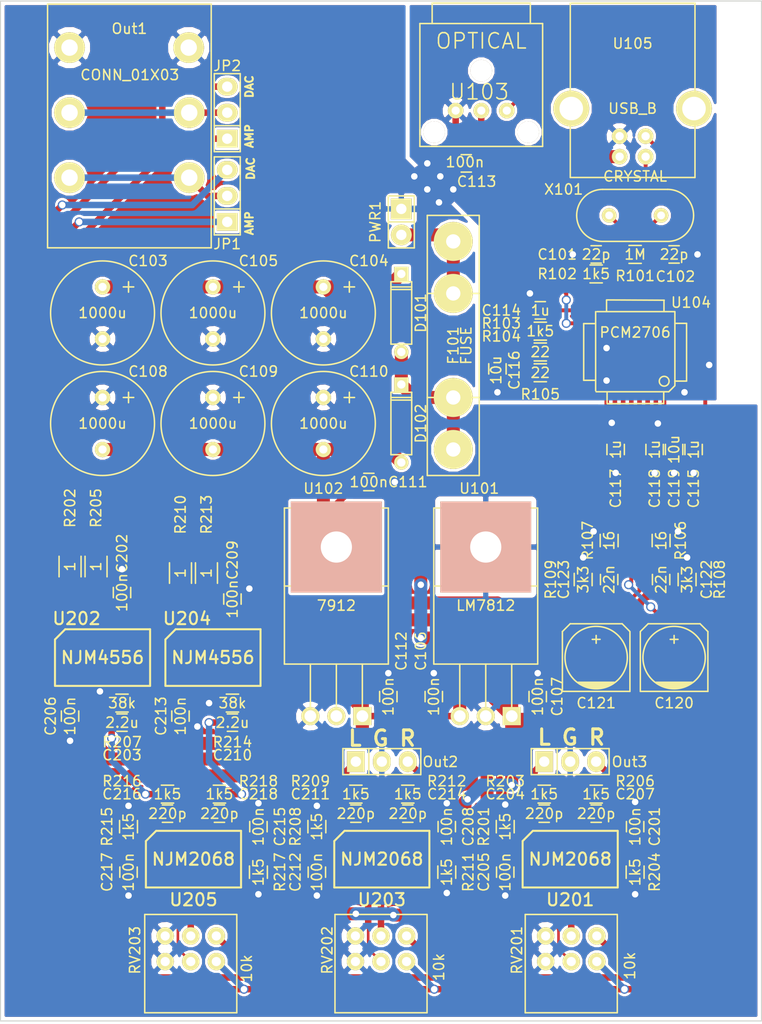
<source format=kicad_pcb>
(kicad_pcb (version 4) (host pcbnew 4.0.0-rc2-stable)
  (layers (0 F.Cu signal) (31 B.Cu signal) (34 B.Paste user) (35 F.Paste user) (36 B.SilkS user) (37 F.SilkS user) (38 B.Mask user) (39 F.Mask user) (44 Edge.Cuts user))
  (net 0 "")
  (net 1 "Net-(C101-Pad1)")
  (net 2 "Net-(C102-Pad1)")
  (net 3 "Net-(C103-Pad1)")
  (net 4 +12V)
  (net 5 "Net-(C108-Pad2)")
  (net 6 -12V)
  (net 7 +5V)
  (net 8 3V3)
  (net 9 "Net-(C115-Pad1)")
  (net 10 "Net-(C117-Pad1)")
  (net 11 "Net-(C118-Pad1)")
  (net 12 "Net-(C119-Pad1)")
  (net 13 "Net-(C120-Pad1)")
  (net 14 /Buffers/Left_in)
  (net 15 "Net-(C121-Pad1)")
  (net 16 /Buffers/Right_in)
  (net 17 "Net-(C122-Pad2)")
  (net 18 "Net-(C123-Pad2)")
  (net 19 "Net-(C203-Pad1)")
  (net 20 "Net-(C203-Pad2)")
  (net 21 "Net-(C204-Pad1)")
  (net 22 "/Buffers/Left out 3")
  (net 23 "Net-(C207-Pad1)")
  (net 24 "/Buffers/Right out 3")
  (net 25 "Net-(C210-Pad1)")
  (net 26 "Net-(C210-Pad2)")
  (net 27 "Net-(C211-Pad1)")
  (net 28 "/Buffers/Left out 2")
  (net 29 "Net-(C214-Pad1)")
  (net 30 "/Buffers/Right out 2")
  (net 31 "Net-(C216-Pad1)")
  (net 32 "Net-(C218-Pad1)")
  (net 33 "Net-(F101-Pad1)")
  (net 34 "Net-(R102-Pad1)")
  (net 35 "Net-(R103-Pad1)")
  (net 36 "Net-(R104-Pad1)")
  (net 37 "Net-(R104-Pad2)")
  (net 38 "Net-(R105-Pad1)")
  (net 39 "Net-(R202-Pad1)")
  (net 40 "/Buffers/Left out 1")
  (net 41 "Net-(R205-Pad1)")
  (net 42 "Net-(R210-Pad1)")
  (net 43 "/Buffers/Right out 1")
  (net 44 "Net-(R213-Pad1)")
  (net 45 "Net-(U103-Pad3)")
  (net 46 "Net-(U104-Pad8)")
  (net 47 "Net-(U104-Pad7)")
  (net 48 "Net-(U104-Pad6)")
  (net 49 "Net-(U104-Pad5)")
  (net 50 "Net-(U104-Pad4)")
  (net 51 "Net-(U104-Pad18)")
  (net 52 "Net-(U104-Pad19)")
  (net 53 "Net-(U104-Pad14)")
  (net 54 "Net-(U105-Pad5)")
  (net 55 "Net-(RV201-Pad2)")
  (net 56 "Net-(RV201-Pad5)")
  (net 57 "Net-(RV202-Pad2)")
  (net 58 "Net-(RV202-Pad5)")
  (net 59 "Net-(RV203-Pad2)")
  (net 60 "Net-(RV203-Pad5)")
  (net 61 "Net-(D101-Pad1)")
  (net 62 "Net-(JP1-Pad2)")
  (net 63 "Net-(JP2-Pad2)")
  (net 64 AGND)
  (module Connect:USB_B (layer F.Cu) (at 156.6 53.7 180)
    (fp_text reference U105 (at 0 6.35 180) (layer F.SilkS))
    (fp_text value USB_B (at 0 0 180) (layer F.SilkS))
    (pad 1 thru_hole circle (at 1.27 -4.699 180) (size 1.524 1.524) (drill 0.8128) (layers *.Cu *.Mask F.SilkS) (net 7 +5V))
    (pad 2 thru_hole circle (at -1.27 -4.699 180) (size 1.524 1.524) (drill 0.8128) (layers *.Cu *.Mask F.SilkS) (net 37 "Net-(R104-Pad2)"))
    (pad 3 thru_hole circle (at -1.27 -2.70002 180) (size 1.524 1.524) (drill 0.8128) (layers *.Cu *.Mask F.SilkS) (net 35 "Net-(R103-Pad1)"))
    (pad 4 thru_hole circle (at 1.27 -2.70002 180) (size 1.524 1.524) (drill 0.8128) (layers *.Cu *.Mask F.SilkS) (net 64 AGND))
    (pad 5 thru_hole circle (at 5.99948 0 180) (size 3.5 3.5) (drill 2.30124) (layers *.Cu *.Mask F.SilkS) (net 54 "Net-(U105-Pad5)"))
    (pad 6 thru_hole circle (at -5.99948 0 180) (size 3.5 3.5) (drill 2.30124) (layers *.Cu *.Mask F.SilkS))
  )
  (module Custom:SIKA (layer F.Cu) (at 107.4 43.5)
    (fp_text reference Out1 (at 0 2.4) (layer F.SilkS))
    (fp_text value CONN_01X03 (at 0.042 6.919) (layer F.SilkS))
    (pad 1 thru_hole circle (at 5.8 4.25) (size 3 3) (drill 1.6) (layers *.Cu *.Mask F.SilkS) (net 64 AGND))
    (pad 1 thru_hole circle (at -5.85 4.25) (size 3 3) (drill 1.6) (layers *.Cu *.Mask F.SilkS) (net 64 AGND))
    (pad 2 thru_hole circle (at 5.85 10.6) (size 3 3) (drill 1.6) (layers *.Cu *.Mask F.SilkS) (net 63 "Net-(JP2-Pad2)"))
    (pad 2 thru_hole circle (at -5.85 10.6) (size 3 3) (drill 1.6) (layers *.Cu *.Mask F.SilkS) (net 63 "Net-(JP2-Pad2)"))
    (pad 3 thru_hole circle (at 5.85 16.95) (size 3 3) (drill 1.6) (layers *.Cu *.Mask F.SilkS) (net 62 "Net-(JP1-Pad2)"))
    (pad 3 thru_hole circle (at -5.85 16.95) (size 3 3) (drill 1.6) (layers *.Cu *.Mask F.SilkS) (net 62 "Net-(JP1-Pad2)"))
  )
  (module Custom:RK097 (layer F.Cu) (at 113.4 142 270)
    (fp_text reference RV203 (at -6.11 5.45 270) (layer F.SilkS))
    (fp_text value 10k (at -4.332 -5.472 270) (layer F.SilkS))
    (pad 1 thru_hole circle (at -5 2.5 270) (size 1.7 1.7) (drill 0.9) (layers *.Cu *.Mask F.SilkS) (net 64 AGND))
    (pad 2 thru_hole circle (at -5 0 270) (size 1.7 1.7) (drill 0.9) (layers *.Cu *.Mask F.SilkS) (net 59 "Net-(RV203-Pad2)"))
    (pad 3 thru_hole circle (at -5 -2.5 270) (size 1.7 1.7) (drill 0.9) (layers *.Cu *.Mask F.SilkS) (net 14 /Buffers/Left_in))
    (pad 4 thru_hole circle (at -7.5 2.5 270) (size 1.7 1.7) (drill 0.9) (layers *.Cu *.Mask F.SilkS) (net 64 AGND))
    (pad 5 thru_hole circle (at -7.5 0 270) (size 1.7 1.7) (drill 0.9) (layers *.Cu *.Mask F.SilkS) (net 60 "Net-(RV203-Pad5)"))
    (pad 6 thru_hole circle (at -7.5 -2.5 270) (size 1.7 1.7) (drill 0.9) (layers *.Cu *.Mask F.SilkS) (net 16 /Buffers/Right_in))
  )
  (module Custom:RK097 (layer F.Cu) (at 132 142 270)
    (fp_text reference RV202 (at -6.11 5.254 270) (layer F.SilkS))
    (fp_text value 10k (at -4.459 -5.668 270) (layer F.SilkS))
    (pad 1 thru_hole circle (at -5 2.5 270) (size 1.7 1.7) (drill 0.9) (layers *.Cu *.Mask F.SilkS) (net 64 AGND))
    (pad 2 thru_hole circle (at -5 0 270) (size 1.7 1.7) (drill 0.9) (layers *.Cu *.Mask F.SilkS) (net 57 "Net-(RV202-Pad2)"))
    (pad 3 thru_hole circle (at -5 -2.5 270) (size 1.7 1.7) (drill 0.9) (layers *.Cu *.Mask F.SilkS) (net 14 /Buffers/Left_in))
    (pad 4 thru_hole circle (at -7.5 2.5 270) (size 1.7 1.7) (drill 0.9) (layers *.Cu *.Mask F.SilkS) (net 64 AGND))
    (pad 5 thru_hole circle (at -7.5 0 270) (size 1.7 1.7) (drill 0.9) (layers *.Cu *.Mask F.SilkS) (net 58 "Net-(RV202-Pad5)"))
    (pad 6 thru_hole circle (at -7.5 -2.5 270) (size 1.7 1.7) (drill 0.9) (layers *.Cu *.Mask F.SilkS) (net 16 /Buffers/Right_in))
  )
  (module Custom:RK097 (layer F.Cu) (at 150.6 142 270)
    (fp_text reference RV201 (at -6.11 5.312 270) (layer F.SilkS))
    (fp_text value 10k (at -4.586 -5.737 270) (layer F.SilkS))
    (pad 1 thru_hole circle (at -5 2.5 270) (size 1.7 1.7) (drill 0.9) (layers *.Cu *.Mask F.SilkS) (net 64 AGND))
    (pad 2 thru_hole circle (at -5 0 270) (size 1.7 1.7) (drill 0.9) (layers *.Cu *.Mask F.SilkS) (net 55 "Net-(RV201-Pad2)"))
    (pad 3 thru_hole circle (at -5 -2.5 270) (size 1.7 1.7) (drill 0.9) (layers *.Cu *.Mask F.SilkS) (net 14 /Buffers/Left_in))
    (pad 4 thru_hole circle (at -7.5 2.5 270) (size 1.7 1.7) (drill 0.9) (layers *.Cu *.Mask F.SilkS) (net 64 AGND))
    (pad 5 thru_hole circle (at -7.5 0 270) (size 1.7 1.7) (drill 0.9) (layers *.Cu *.Mask F.SilkS) (net 56 "Net-(RV201-Pad5)"))
    (pad 6 thru_hole circle (at -7.5 -2.5 270) (size 1.7 1.7) (drill 0.9) (layers *.Cu *.Mask F.SilkS) (net 16 /Buffers/Right_in))
  )
  (module Pin_Headers:Pin_Header_Straight_1x02 (layer F.Cu) (at 133.985 64.77 270)
    (fp_text reference PWR1 (at 0 2.54 270) (layer F.SilkS))
    (fp_text value CONN_01X02 hide)
    (pad 1 thru_hole rect (at -1.27 0 270) (size 2.032 2.032) (drill 1.016) (layers *.Cu *.Mask F.SilkS) (net 64 AGND))
    (pad 2 thru_hole oval (at 1.27 0 270) (size 2.032 2.032) (drill 1.016) (layers *.Cu *.Mask F.SilkS) (net 33 "Net-(F101-Pad1)"))
  )
  (module Pin_Headers:Pin_Header_Straight_1x03 (layer F.Cu) (at 150.495 117.475)
    (fp_text reference Out3 (at 5.805 0.025) (layer F.SilkS))
    (fp_text value CONN_01X03 hide)
    (pad 1 thru_hole rect (at -2.54 0) (size 1.7272 2.032) (drill 1.016) (layers *.Cu *.Mask F.SilkS) (net 22 "/Buffers/Left out 3"))
    (pad 2 thru_hole oval (at 0 0) (size 1.7272 2.032) (drill 1.016) (layers *.Cu *.Mask F.SilkS) (net 64 AGND))
    (pad 3 thru_hole oval (at 2.54 0) (size 1.7272 2.032) (drill 1.016) (layers *.Cu *.Mask F.SilkS) (net 24 "/Buffers/Right out 3"))
  )
  (module Pin_Headers:Pin_Header_Straight_1x03 (layer F.Cu) (at 132.08 117.475)
    (fp_text reference Out2 (at 5.72 0.025) (layer F.SilkS))
    (fp_text value CONN_01X03 hide)
    (pad 1 thru_hole rect (at -2.54 0) (size 1.7272 2.032) (drill 1.016) (layers *.Cu *.Mask F.SilkS) (net 28 "/Buffers/Left out 2"))
    (pad 2 thru_hole oval (at 0 0) (size 1.7272 2.032) (drill 1.016) (layers *.Cu *.Mask F.SilkS) (net 64 AGND))
    (pad 3 thru_hole oval (at 2.54 0) (size 1.7272 2.032) (drill 1.016) (layers *.Cu *.Mask F.SilkS) (net 30 "/Buffers/Right out 2"))
  )
  (module Discret:HC-49V (layer F.Cu) (at 156.845 64.135 180)
    (fp_text reference X101 (at 6.985 2.54 180) (layer F.SilkS))
    (fp_text value CRYSTAL (at 0 3.81 180) (layer F.SilkS))
    (pad 1 thru_hole circle (at -2.54 0 180) (size 1.4224 1.4224) (drill 0.762) (layers *.Cu *.Mask F.SilkS) (net 2 "Net-(C102-Pad1)"))
    (pad 2 thru_hole circle (at 2.54 0 180) (size 1.4224 1.4224) (drill 0.762) (layers *.Cu *.Mask F.SilkS) (net 1 "Net-(C101-Pad1)"))
  )
  (module "Custom:SOIC 8" (layer F.Cu) (at 113.665 127)
    (fp_text reference U205 (at 0 3.965) (layer F.SilkS) (effects (font (size 1.2 1.2) (thickness 0.2))))
    (fp_text value NJM2068 (at 0 0) (layer F.SilkS) (effects (font (size 1.2 1.2) (thickness 0.2))))
    (pad 1 smd rect (at -3.05 -1.905) (size 2.2 0.72) (layers F.Cu F.Paste F.Mask) (net 19 "Net-(C203-Pad1)"))
    (pad 2 smd rect (at -3.05 -0.635) (size 2.2 0.72) (layers F.Cu F.Paste F.Mask) (net 31 "Net-(C216-Pad1)"))
    (pad 3 smd rect (at -3.05 0.635) (size 2.2 0.72) (layers F.Cu F.Paste F.Mask) (net 59 "Net-(RV203-Pad2)"))
    (pad 4 smd rect (at -3.05 1.905) (size 2.2 0.72) (layers F.Cu F.Paste F.Mask) (net 6 -12V))
    (pad 8 smd rect (at 3.05 -1.905) (size 2.2 0.72) (layers F.Cu F.Paste F.Mask) (net 4 +12V))
    (pad 7 smd rect (at 3.05 -0.635) (size 2.2 0.72) (layers F.Cu F.Paste F.Mask) (net 25 "Net-(C210-Pad1)"))
    (pad 6 smd rect (at 3.05 0.635) (size 2.2 0.72) (layers F.Cu F.Paste F.Mask) (net 32 "Net-(C218-Pad1)"))
    (pad 5 smd rect (at 3.05 1.905) (size 2.2 0.72) (layers F.Cu F.Paste F.Mask) (net 60 "Net-(RV203-Pad5)"))
  )
  (module "Custom:SOIC 8" (layer F.Cu) (at 115.57 107.315)
    (fp_text reference U204 (at -2.54 -3.81) (layer F.SilkS) (effects (font (size 1.2 1.2) (thickness 0.2))))
    (fp_text value NJM4556 (at 0 0) (layer F.SilkS) (effects (font (size 1.2 1.2) (thickness 0.2))))
    (pad 1 smd rect (at -3.05 -1.905) (size 2.2 0.72) (layers F.Cu F.Paste F.Mask) (net 42 "Net-(R210-Pad1)"))
    (pad 2 smd rect (at -3.05 -0.635) (size 2.2 0.72) (layers F.Cu F.Paste F.Mask) (net 42 "Net-(R210-Pad1)"))
    (pad 3 smd rect (at -3.05 0.635) (size 2.2 0.72) (layers F.Cu F.Paste F.Mask) (net 26 "Net-(C210-Pad2)"))
    (pad 4 smd rect (at -3.05 1.905) (size 2.2 0.72) (layers F.Cu F.Paste F.Mask) (net 6 -12V))
    (pad 8 smd rect (at 3.05 -1.905) (size 2.2 0.72) (layers F.Cu F.Paste F.Mask) (net 4 +12V))
    (pad 7 smd rect (at 3.05 -0.635) (size 2.2 0.72) (layers F.Cu F.Paste F.Mask) (net 44 "Net-(R213-Pad1)"))
    (pad 6 smd rect (at 3.05 0.635) (size 2.2 0.72) (layers F.Cu F.Paste F.Mask) (net 44 "Net-(R213-Pad1)"))
    (pad 5 smd rect (at 3.05 1.905) (size 2.2 0.72) (layers F.Cu F.Paste F.Mask) (net 26 "Net-(C210-Pad2)"))
  )
  (module "Custom:SOIC 8" (layer F.Cu) (at 132.08 127)
    (fp_text reference U203 (at 0 3.965) (layer F.SilkS) (effects (font (size 1.2 1.2) (thickness 0.2))))
    (fp_text value NJM2068 (at 0 0) (layer F.SilkS) (effects (font (size 1.2 1.2) (thickness 0.2))))
    (pad 1 smd rect (at -3.05 -1.905) (size 2.2 0.72) (layers F.Cu F.Paste F.Mask) (net 28 "/Buffers/Left out 2"))
    (pad 2 smd rect (at -3.05 -0.635) (size 2.2 0.72) (layers F.Cu F.Paste F.Mask) (net 27 "Net-(C211-Pad1)"))
    (pad 3 smd rect (at -3.05 0.635) (size 2.2 0.72) (layers F.Cu F.Paste F.Mask) (net 57 "Net-(RV202-Pad2)"))
    (pad 4 smd rect (at -3.05 1.905) (size 2.2 0.72) (layers F.Cu F.Paste F.Mask) (net 6 -12V))
    (pad 8 smd rect (at 3.05 -1.905) (size 2.2 0.72) (layers F.Cu F.Paste F.Mask) (net 4 +12V))
    (pad 7 smd rect (at 3.05 -0.635) (size 2.2 0.72) (layers F.Cu F.Paste F.Mask) (net 30 "/Buffers/Right out 2"))
    (pad 6 smd rect (at 3.05 0.635) (size 2.2 0.72) (layers F.Cu F.Paste F.Mask) (net 29 "Net-(C214-Pad1)"))
    (pad 5 smd rect (at 3.05 1.905) (size 2.2 0.72) (layers F.Cu F.Paste F.Mask) (net 58 "Net-(RV202-Pad5)"))
  )
  (module "Custom:SOIC 8" (layer F.Cu) (at 104.775 107.315)
    (fp_text reference U202 (at -2.54 -3.81) (layer F.SilkS) (effects (font (size 1.2 1.2) (thickness 0.2))))
    (fp_text value NJM4556 (at 0 0) (layer F.SilkS) (effects (font (size 1.2 1.2) (thickness 0.2))))
    (pad 1 smd rect (at -3.05 -1.905) (size 2.2 0.72) (layers F.Cu F.Paste F.Mask) (net 39 "Net-(R202-Pad1)"))
    (pad 2 smd rect (at -3.05 -0.635) (size 2.2 0.72) (layers F.Cu F.Paste F.Mask) (net 39 "Net-(R202-Pad1)"))
    (pad 3 smd rect (at -3.05 0.635) (size 2.2 0.72) (layers F.Cu F.Paste F.Mask) (net 20 "Net-(C203-Pad2)"))
    (pad 4 smd rect (at -3.05 1.905) (size 2.2 0.72) (layers F.Cu F.Paste F.Mask) (net 6 -12V))
    (pad 8 smd rect (at 3.05 -1.905) (size 2.2 0.72) (layers F.Cu F.Paste F.Mask) (net 4 +12V))
    (pad 7 smd rect (at 3.05 -0.635) (size 2.2 0.72) (layers F.Cu F.Paste F.Mask) (net 41 "Net-(R205-Pad1)"))
    (pad 6 smd rect (at 3.05 0.635) (size 2.2 0.72) (layers F.Cu F.Paste F.Mask) (net 41 "Net-(R205-Pad1)"))
    (pad 5 smd rect (at 3.05 1.905) (size 2.2 0.72) (layers F.Cu F.Paste F.Mask) (net 20 "Net-(C203-Pad2)"))
  )
  (module "Custom:SOIC 8" (layer F.Cu) (at 150.495 127)
    (fp_text reference U201 (at 0 3.965) (layer F.SilkS) (effects (font (size 1.2 1.2) (thickness 0.2))))
    (fp_text value NJM2068 (at 0 0) (layer F.SilkS) (effects (font (size 1.2 1.2) (thickness 0.2))))
    (pad 1 smd rect (at -3.05 -1.905) (size 2.2 0.72) (layers F.Cu F.Paste F.Mask) (net 22 "/Buffers/Left out 3"))
    (pad 2 smd rect (at -3.05 -0.635) (size 2.2 0.72) (layers F.Cu F.Paste F.Mask) (net 21 "Net-(C204-Pad1)"))
    (pad 3 smd rect (at -3.05 0.635) (size 2.2 0.72) (layers F.Cu F.Paste F.Mask) (net 55 "Net-(RV201-Pad2)"))
    (pad 4 smd rect (at -3.05 1.905) (size 2.2 0.72) (layers F.Cu F.Paste F.Mask) (net 6 -12V))
    (pad 8 smd rect (at 3.05 -1.905) (size 2.2 0.72) (layers F.Cu F.Paste F.Mask) (net 4 +12V))
    (pad 7 smd rect (at 3.05 -0.635) (size 2.2 0.72) (layers F.Cu F.Paste F.Mask) (net 24 "/Buffers/Right out 3"))
    (pad 6 smd rect (at 3.05 0.635) (size 2.2 0.72) (layers F.Cu F.Paste F.Mask) (net 23 "Net-(C207-Pad1)"))
    (pad 5 smd rect (at 3.05 1.905) (size 2.2 0.72) (layers F.Cu F.Paste F.Mask) (net 56 "Net-(RV201-Pad5)"))
  )
  (module SMD_Packages:TQFP-32 (layer F.Cu) (at 156.845 77.47 180)
    (fp_text reference U104 (at -5.461 4.826 180) (layer F.SilkS))
    (fp_text value PCM2706 (at 0 1.905 180) (layer F.SilkS))
    (pad 8 smd rect (at -4.81584 2.77622 180) (size 1.99898 0.44958) (layers F.Cu F.Paste F.Mask) (net 46 "Net-(U104-Pad8)"))
    (pad 7 smd rect (at -4.81584 1.97612 180) (size 1.99898 0.44958) (layers F.Cu F.Paste F.Mask) (net 47 "Net-(U104-Pad7)"))
    (pad 6 smd rect (at -4.81584 1.17602 180) (size 1.99898 0.44958) (layers F.Cu F.Paste F.Mask) (net 48 "Net-(U104-Pad6)"))
    (pad 5 smd rect (at -4.81584 0.37592 180) (size 1.99898 0.44958) (layers F.Cu F.Paste F.Mask) (net 49 "Net-(U104-Pad5)"))
    (pad 4 smd rect (at -4.81584 -0.42418 180) (size 1.99898 0.44958) (layers F.Cu F.Paste F.Mask) (net 50 "Net-(U104-Pad4)"))
    (pad 3 smd rect (at -4.81584 -1.22428 180) (size 1.99898 0.44958) (layers F.Cu F.Paste F.Mask) (net 64 AGND))
    (pad 2 smd rect (at -4.81584 -2.02438 180) (size 1.99898 0.44958) (layers F.Cu F.Paste F.Mask) (net 9 "Net-(C115-Pad1)"))
    (pad 1 smd rect (at -4.81584 -2.82448 180) (size 1.99898 0.44958) (layers F.Cu F.Paste F.Mask) (net 64 AGND))
    (pad 24 smd rect (at 4.7498 -2.8194 180) (size 1.99898 0.44958) (layers F.Cu F.Paste F.Mask) (net 7 +5V))
    (pad 17 smd rect (at 4.7498 2.794 180) (size 1.99898 0.44958) (layers F.Cu F.Paste F.Mask) (net 45 "Net-(U103-Pad3)"))
    (pad 18 smd rect (at 4.7498 1.9812 180) (size 1.99898 0.44958) (layers F.Cu F.Paste F.Mask) (net 51 "Net-(U104-Pad18)"))
    (pad 19 smd rect (at 4.7498 1.1684 180) (size 1.99898 0.44958) (layers F.Cu F.Paste F.Mask) (net 52 "Net-(U104-Pad19)"))
    (pad 20 smd rect (at 4.7498 0.381 180) (size 1.99898 0.44958) (layers F.Cu F.Paste F.Mask) (net 64 AGND))
    (pad 21 smd rect (at 4.7498 -0.4318 180) (size 1.99898 0.44958) (layers F.Cu F.Paste F.Mask) (net 8 3V3))
    (pad 22 smd rect (at 4.7498 -1.2192 180) (size 1.99898 0.44958) (layers F.Cu F.Paste F.Mask) (net 36 "Net-(R104-Pad1)"))
    (pad 23 smd rect (at 4.7498 -2.032 180) (size 1.99898 0.44958) (layers F.Cu F.Paste F.Mask) (net 38 "Net-(R105-Pad1)"))
    (pad 32 smd rect (at -2.82448 -4.826 180) (size 0.44958 1.99898) (layers F.Cu F.Paste F.Mask) (net 12 "Net-(C119-Pad1)"))
    (pad 31 smd rect (at -2.02692 -4.826 180) (size 0.44958 1.99898) (layers F.Cu F.Paste F.Mask) (net 64 AGND))
    (pad 30 smd rect (at -1.22428 -4.826 180) (size 0.44958 1.99898) (layers F.Cu F.Paste F.Mask) (net 11 "Net-(C118-Pad1)"))
    (pad 29 smd rect (at -0.42672 -4.826 180) (size 0.44958 1.99898) (layers F.Cu F.Paste F.Mask) (net 15 "Net-(C121-Pad1)"))
    (pad 28 smd rect (at 0.37592 -4.826 180) (size 0.44958 1.99898) (layers F.Cu F.Paste F.Mask) (net 13 "Net-(C120-Pad1)"))
    (pad 27 smd rect (at 1.17348 -4.826 180) (size 0.44958 1.99898) (layers F.Cu F.Paste F.Mask) (net 10 "Net-(C117-Pad1)"))
    (pad 26 smd rect (at 1.97612 -4.826 180) (size 0.44958 1.99898) (layers F.Cu F.Paste F.Mask) (net 64 AGND))
    (pad 25 smd rect (at 2.77368 -4.826 180) (size 0.44958 1.99898) (layers F.Cu F.Paste F.Mask) (net 64 AGND))
    (pad 9 smd rect (at -2.8194 4.7752 180) (size 0.44958 1.99898) (layers F.Cu F.Paste F.Mask) (net 8 3V3))
    (pad 10 smd rect (at -2.032 4.7752 180) (size 0.44958 1.99898) (layers F.Cu F.Paste F.Mask) (net 8 3V3))
    (pad 11 smd rect (at -1.2192 4.7752 180) (size 0.44958 1.99898) (layers F.Cu F.Paste F.Mask) (net 8 3V3))
    (pad 12 smd rect (at -0.4318 4.7752 180) (size 0.44958 1.99898) (layers F.Cu F.Paste F.Mask) (net 2 "Net-(C102-Pad1)"))
    (pad 13 smd rect (at 0.3556 4.7752 180) (size 0.44958 1.99898) (layers F.Cu F.Paste F.Mask) (net 1 "Net-(C101-Pad1)"))
    (pad 14 smd rect (at 1.1684 4.7752 180) (size 0.44958 1.99898) (layers F.Cu F.Paste F.Mask) (net 53 "Net-(U104-Pad14)"))
    (pad 15 smd rect (at 1.9812 4.7752 180) (size 0.44958 1.99898) (layers F.Cu F.Paste F.Mask) (net 34 "Net-(R102-Pad1)"))
    (pad 16 smd rect (at 2.794 4.7752 180) (size 0.44958 1.99898) (layers F.Cu F.Paste F.Mask) (net 8 3V3))
  )
  (module Resistors_SMD:R_1206_HandSoldering (layer F.Cu) (at 114.935 99.06 90)
    (fp_text reference R213 (at 5.715 0 90) (layer F.SilkS))
    (fp_text value 1 (at 0 0 90) (layer F.SilkS))
    (pad 1 smd rect (at -2 0 90) (size 2 1.7) (layers F.Cu F.Paste F.Mask) (net 44 "Net-(R213-Pad1)"))
    (pad 2 smd rect (at 2 0 90) (size 2 1.7) (layers F.Cu F.Paste F.Mask) (net 43 "/Buffers/Right out 1"))
  )
  (module Resistors_SMD:R_1206_HandSoldering (layer F.Cu) (at 112.395 99.06 90)
    (fp_text reference R210 (at 5.715 0 90) (layer F.SilkS))
    (fp_text value 1 (at 0 0 90) (layer F.SilkS))
    (pad 1 smd rect (at -2 0 90) (size 2 1.7) (layers F.Cu F.Paste F.Mask) (net 42 "Net-(R210-Pad1)"))
    (pad 2 smd rect (at 2 0 90) (size 2 1.7) (layers F.Cu F.Paste F.Mask) (net 43 "/Buffers/Right out 1"))
  )
  (module Resistors_SMD:R_1206_HandSoldering (layer F.Cu) (at 104.14 98.425 90)
    (fp_text reference R205 (at 5.715 0 90) (layer F.SilkS))
    (fp_text value 1 (at 0 0 90) (layer F.SilkS))
    (pad 1 smd rect (at -2 0 90) (size 2 1.7) (layers F.Cu F.Paste F.Mask) (net 41 "Net-(R205-Pad1)"))
    (pad 2 smd rect (at 2 0 90) (size 2 1.7) (layers F.Cu F.Paste F.Mask) (net 40 "/Buffers/Left out 1"))
  )
  (module Resistors_SMD:R_1206_HandSoldering (layer F.Cu) (at 101.6 98.425 90)
    (fp_text reference R202 (at 5.715 0 90) (layer F.SilkS))
    (fp_text value 1 (at 0 0 90) (layer F.SilkS))
    (pad 1 smd rect (at -2 0 90) (size 2 1.7) (layers F.Cu F.Paste F.Mask) (net 39 "Net-(R202-Pad1)"))
    (pad 2 smd rect (at 2 0 90) (size 2 1.7) (layers F.Cu F.Paste F.Mask) (net 40 "/Buffers/Left out 1"))
  )
  (module Discret:FUSE5-20 (layer F.Cu) (at 139.065 76.835 270)
    (fp_text reference F101 (at 0 0 270) (layer F.SilkS))
    (fp_text value FUSE (at 0 -1.27 270) (layer F.SilkS))
    (pad 1 thru_hole circle (at -10.16 0 270) (size 3.81 3.81) (drill 1.397) (layers *.Cu *.Mask F.SilkS) (net 33 "Net-(F101-Pad1)"))
    (pad 1 thru_hole circle (at -5.08 0 270) (size 3.81 3.81) (drill 1.397) (layers *.Cu *.Mask F.SilkS) (net 33 "Net-(F101-Pad1)"))
    (pad 2 thru_hole circle (at 5.08 0 270) (size 3.81 3.81) (drill 1.397) (layers *.Cu *.Mask F.SilkS) (net 61 "Net-(D101-Pad1)"))
    (pad 2 thru_hole circle (at 10.16 0 270) (size 3.81 3.81) (drill 1.397) (layers *.Cu *.Mask F.SilkS) (net 61 "Net-(D101-Pad1)"))
  )
  (module Discret:D3 (layer F.Cu) (at 133.985 84.455 90)
    (fp_text reference D102 (at 0 1.905 90) (layer F.SilkS))
    (fp_text value DIODE hide)
    (pad 2 thru_hole rect (at 3.81 0 90) (size 1.397 1.397) (drill 0.8128) (layers *.Cu *.Mask F.SilkS) (net 61 "Net-(D101-Pad1)"))
    (pad 1 thru_hole circle (at -3.81 0 90) (size 1.397 1.397) (drill 0.8128) (layers *.Cu *.Mask F.SilkS) (net 5 "Net-(C108-Pad2)"))
  )
  (module Discret:D3 (layer F.Cu) (at 133.985 73.66 90)
    (fp_text reference D101 (at 0 1.905 90) (layer F.SilkS))
    (fp_text value DIODE hide)
    (pad 2 thru_hole rect (at 3.81 0 90) (size 1.397 1.397) (drill 0.8128) (layers *.Cu *.Mask F.SilkS) (net 3 "Net-(C103-Pad1)"))
    (pad 1 thru_hole circle (at -3.81 0 90) (size 1.397 1.397) (drill 0.8128) (layers *.Cu *.Mask F.SilkS) (net 61 "Net-(D101-Pad1)"))
  )
  (module Capacitors_SMD:c_elec_6.3x5.3 (layer F.Cu) (at 153.035 107.315 90)
    (fp_text reference C121 (at -4.445 0 180) (layer F.SilkS))
    (fp_text value 100u hide)
    (pad 1 smd rect (at 2.75082 0 90) (size 3.59918 1.6002) (layers F.Cu F.Paste F.Mask) (net 15 "Net-(C121-Pad1)"))
    (pad 2 smd rect (at -2.75082 0 90) (size 3.59918 1.6002) (layers F.Cu F.Paste F.Mask) (net 16 /Buffers/Right_in))
  )
  (module Capacitors_SMD:c_elec_6.3x5.3 (layer F.Cu) (at 160.655 107.315 90)
    (fp_text reference C120 (at -4.445 0 180) (layer F.SilkS))
    (fp_text value 100u hide)
    (pad 1 smd rect (at 2.75082 0 90) (size 3.59918 1.6002) (layers F.Cu F.Paste F.Mask) (net 13 "Net-(C120-Pad1)"))
    (pad 2 smd rect (at -2.75082 0 90) (size 3.59918 1.6002) (layers F.Cu F.Paste F.Mask) (net 14 /Buffers/Left_in))
  )
  (module Capacitors_Elko_ThroughHole:Elko_vert_20x10mm_RM5 (layer F.Cu) (at 126.365 81.915 270)
    (fp_text reference C110 (at -2.54 -4.445 360) (layer F.SilkS))
    (fp_text value 1000u (at 2.54 0 360) (layer F.SilkS))
    (fp_line (start -0.508 -2.54) (end 0.508 -2.54) (layer F.Cu) (width 0.15))
    (fp_line (start 0 -3.048) (end 0 -2.032) (layer F.Cu) (width 0.15))
    (pad 2 thru_hole circle (at 5.08 0 270) (size 1.50114 1.50114) (drill 0.8001) (layers *.Cu *.Mask F.SilkS) (net 5 "Net-(C108-Pad2)"))
    (pad 1 thru_hole circle (at 0 0 270) (size 1.50114 1.50114) (drill 0.8001) (layers *.Cu *.Mask F.SilkS) (net 64 AGND))
  )
  (module Capacitors_Elko_ThroughHole:Elko_vert_20x10mm_RM5 (layer F.Cu) (at 115.57 81.915 270)
    (fp_text reference C109 (at -2.54 -4.445 360) (layer F.SilkS))
    (fp_text value 1000u (at 2.54 0 360) (layer F.SilkS))
    (fp_line (start -0.508 -2.54) (end 0.508 -2.54) (layer F.Cu) (width 0.15))
    (fp_line (start 0 -3.048) (end 0 -2.032) (layer F.Cu) (width 0.15))
    (pad 2 thru_hole circle (at 5.08 0 270) (size 1.50114 1.50114) (drill 0.8001) (layers *.Cu *.Mask F.SilkS) (net 5 "Net-(C108-Pad2)"))
    (pad 1 thru_hole circle (at 0 0 270) (size 1.50114 1.50114) (drill 0.8001) (layers *.Cu *.Mask F.SilkS) (net 64 AGND))
  )
  (module Capacitors_Elko_ThroughHole:Elko_vert_20x10mm_RM5 (layer F.Cu) (at 104.775 81.915 270)
    (fp_text reference C108 (at -2.54 -4.445 360) (layer F.SilkS))
    (fp_text value 1000u (at 2.54 0 360) (layer F.SilkS))
    (fp_line (start -0.508 -2.54) (end 0.508 -2.54) (layer F.Cu) (width 0.15))
    (fp_line (start 0 -3.048) (end 0 -2.032) (layer F.Cu) (width 0.15))
    (pad 2 thru_hole circle (at 5.08 0 270) (size 1.50114 1.50114) (drill 0.8001) (layers *.Cu *.Mask F.SilkS) (net 5 "Net-(C108-Pad2)"))
    (pad 1 thru_hole circle (at 0 0 270) (size 1.50114 1.50114) (drill 0.8001) (layers *.Cu *.Mask F.SilkS) (net 64 AGND))
  )
  (module Capacitors_SMD:C_0805 (layer F.Cu) (at 147.32 111.125 90)
    (fp_text reference C107 (at 0 1.905 90) (layer F.SilkS))
    (fp_text value 100n (at 0 0 90) (layer F.SilkS))
    (pad 1 smd rect (at -1 0 90) (size 1 1.25) (layers F.Cu F.Paste F.Mask) (net 4 +12V))
    (pad 2 smd rect (at 1 0 90) (size 1 1.25) (layers F.Cu F.Paste F.Mask) (net 64 AGND))
  )
  (module Capacitors_SMD:C_0805 (layer F.Cu) (at 137.16 111.125 90)
    (fp_text reference C106 (at 4.445 -1.27 90) (layer F.SilkS))
    (fp_text value 100n (at 0 0 90) (layer F.SilkS))
    (pad 1 smd rect (at -1 0 90) (size 1 1.25) (layers F.Cu F.Paste F.Mask) (net 3 "Net-(C103-Pad1)"))
    (pad 2 smd rect (at 1 0 90) (size 1 1.25) (layers F.Cu F.Paste F.Mask) (net 64 AGND))
  )
  (module Capacitors_Elko_ThroughHole:Elko_vert_20x10mm_RM5 (layer F.Cu) (at 115.57 71.12 270)
    (fp_text reference C105 (at -2.54 -4.445 360) (layer F.SilkS))
    (fp_text value 1000u (at 2.54 0 360) (layer F.SilkS))
    (fp_line (start -0.508 -2.54) (end 0.508 -2.54) (layer F.Cu) (width 0.15))
    (fp_line (start 0 -3.048) (end 0 -2.032) (layer F.Cu) (width 0.15))
    (pad 2 thru_hole circle (at 5.08 0 270) (size 1.50114 1.50114) (drill 0.8001) (layers *.Cu *.Mask F.SilkS) (net 64 AGND))
    (pad 1 thru_hole circle (at 0 0 270) (size 1.50114 1.50114) (drill 0.8001) (layers *.Cu *.Mask F.SilkS) (net 3 "Net-(C103-Pad1)"))
  )
  (module Capacitors_Elko_ThroughHole:Elko_vert_20x10mm_RM5 (layer F.Cu) (at 126.365 71.12 270)
    (fp_text reference C104 (at -2.54 -4.445 360) (layer F.SilkS))
    (fp_text value 1000u (at 2.54 0 360) (layer F.SilkS))
    (fp_line (start -0.508 -2.54) (end 0.508 -2.54) (layer F.Cu) (width 0.15))
    (fp_line (start 0 -3.048) (end 0 -2.032) (layer F.Cu) (width 0.15))
    (pad 2 thru_hole circle (at 5.08 0 270) (size 1.50114 1.50114) (drill 0.8001) (layers *.Cu *.Mask F.SilkS) (net 64 AGND))
    (pad 1 thru_hole circle (at 0 0 270) (size 1.50114 1.50114) (drill 0.8001) (layers *.Cu *.Mask F.SilkS) (net 3 "Net-(C103-Pad1)"))
  )
  (module Capacitors_Elko_ThroughHole:Elko_vert_20x10mm_RM5 (layer F.Cu) (at 104.775 71.12 270)
    (fp_text reference C103 (at -2.54 -4.445 360) (layer F.SilkS))
    (fp_text value 1000u (at 2.54 0 360) (layer F.SilkS))
    (fp_line (start -0.508 -2.54) (end 0.508 -2.54) (layer F.Cu) (width 0.15))
    (fp_line (start 0 -3.048) (end 0 -2.032) (layer F.Cu) (width 0.15))
    (pad 2 thru_hole circle (at 5.08 0 270) (size 1.50114 1.50114) (drill 0.8001) (layers *.Cu *.Mask F.SilkS) (net 64 AGND))
    (pad 1 thru_hole circle (at 0 0 270) (size 1.50114 1.50114) (drill 0.8001) (layers *.Cu *.Mask F.SilkS) (net 3 "Net-(C103-Pad1)"))
  )
  (module Capacitors_SMD:C_0805 (layer F.Cu) (at 160.655 67.945)
    (fp_text reference C102 (at 0.127 2.159) (layer F.SilkS))
    (fp_text value 22p (at 0 0) (layer F.SilkS))
    (pad 1 smd rect (at -1 0) (size 1 1.25) (layers F.Cu F.Paste F.Mask) (net 2 "Net-(C102-Pad1)"))
    (pad 2 smd rect (at 1 0) (size 1 1.25) (layers F.Cu F.Paste F.Mask) (net 64 AGND))
  )
  (module Capacitors_SMD:C_0805 (layer F.Cu) (at 153.035 67.945 180)
    (fp_text reference C101 (at 3.81 0 180) (layer F.SilkS))
    (fp_text value 22p (at 0 0 180) (layer F.SilkS))
    (pad 1 smd rect (at -1 0 180) (size 1 1.25) (layers F.Cu F.Paste F.Mask) (net 1 "Net-(C101-Pad1)"))
    (pad 2 smd rect (at 1 0 180) (size 1 1.25) (layers F.Cu F.Paste F.Mask) (net 64 AGND))
  )
  (module Capacitors_SMD:C_0805 (layer F.Cu) (at 130.81 90.17 180)
    (fp_text reference C111 (at -3.81 0 180) (layer F.SilkS))
    (fp_text value 100n (at 0 0 360) (layer F.SilkS))
    (pad 1 smd rect (at -1 0 180) (size 1 1.25) (layers F.Cu F.Paste F.Mask) (net 64 AGND))
    (pad 2 smd rect (at 1 0 180) (size 1 1.25) (layers F.Cu F.Paste F.Mask) (net 5 "Net-(C108-Pad2)"))
  )
  (module Capacitors_SMD:C_0805 (layer F.Cu) (at 132.715 111.125 270)
    (fp_text reference C112 (at -4.445 -1.27 270) (layer F.SilkS))
    (fp_text value 100n (at 0 0 270) (layer F.SilkS))
    (pad 1 smd rect (at -1 0 270) (size 1 1.25) (layers F.Cu F.Paste F.Mask) (net 64 AGND))
    (pad 2 smd rect (at 1 0 270) (size 1 1.25) (layers F.Cu F.Paste F.Mask) (net 6 -12V))
  )
  (module Capacitors_SMD:C_0805 (layer F.Cu) (at 140.335 59.055)
    (fp_text reference C113 (at 1.016 1.778) (layer F.SilkS))
    (fp_text value 100n (at -0.127 -0.127) (layer F.SilkS))
    (pad 1 smd rect (at -1 0) (size 1 1.25) (layers F.Cu F.Paste F.Mask) (net 64 AGND))
    (pad 2 smd rect (at 1 0) (size 1 1.25) (layers F.Cu F.Paste F.Mask) (net 7 +5V))
  )
  (module Capacitors_SMD:C_0805 (layer F.Cu) (at 147.574 73.406)
    (fp_text reference C114 (at -3.81 0) (layer F.SilkS))
    (fp_text value 1u (at 0 0) (layer F.SilkS))
    (pad 1 smd rect (at -1 0) (size 1 1.25) (layers F.Cu F.Paste F.Mask) (net 64 AGND))
    (pad 2 smd rect (at 1 0) (size 1 1.25) (layers F.Cu F.Paste F.Mask) (net 8 3V3))
  )
  (module Capacitors_SMD:C_0805 (layer F.Cu) (at 162.56 86.995 270)
    (fp_text reference C115 (at 3.81 0 270) (layer F.SilkS))
    (fp_text value 1u (at 0 0 270) (layer F.SilkS))
    (pad 1 smd rect (at -1 0 270) (size 1 1.25) (layers F.Cu F.Paste F.Mask) (net 9 "Net-(C115-Pad1)"))
    (pad 2 smd rect (at 1 0 270) (size 1 1.25) (layers F.Cu F.Paste F.Mask) (net 64 AGND))
  )
  (module Capacitors_SMD:C_0805 (layer F.Cu) (at 143.383 79.121 270)
    (fp_text reference C116 (at 0.127 -1.651 270) (layer F.SilkS))
    (fp_text value 10u (at 0.127 0.127 270) (layer F.SilkS))
    (pad 1 smd rect (at -1 0 270) (size 1 1.25) (layers F.Cu F.Paste F.Mask) (net 7 +5V))
    (pad 2 smd rect (at 1 0 270) (size 1 1.25) (layers F.Cu F.Paste F.Mask) (net 64 AGND))
  )
  (module Capacitors_SMD:C_0805 (layer F.Cu) (at 154.94 86.995 270)
    (fp_text reference C117 (at 3.81 0 270) (layer F.SilkS))
    (fp_text value 1u (at 0 0 270) (layer F.SilkS))
    (pad 1 smd rect (at -1 0 270) (size 1 1.25) (layers F.Cu F.Paste F.Mask) (net 10 "Net-(C117-Pad1)"))
    (pad 2 smd rect (at 1 0 270) (size 1 1.25) (layers F.Cu F.Paste F.Mask) (net 64 AGND))
  )
  (module Capacitors_SMD:C_0805 (layer F.Cu) (at 158.75 86.995 270)
    (fp_text reference C118 (at 3.81 0 270) (layer F.SilkS))
    (fp_text value 1u (at 0 0 270) (layer F.SilkS))
    (pad 1 smd rect (at -1 0 270) (size 1 1.25) (layers F.Cu F.Paste F.Mask) (net 11 "Net-(C118-Pad1)"))
    (pad 2 smd rect (at 1 0 270) (size 1 1.25) (layers F.Cu F.Paste F.Mask) (net 64 AGND))
  )
  (module Capacitors_SMD:C_0805 (layer F.Cu) (at 160.655 86.995 270)
    (fp_text reference C119 (at 3.81 0 270) (layer F.SilkS))
    (fp_text value 10u (at 0 0 270) (layer F.SilkS))
    (pad 1 smd rect (at -1 0 270) (size 1 1.25) (layers F.Cu F.Paste F.Mask) (net 12 "Net-(C119-Pad1)"))
    (pad 2 smd rect (at 1 0 270) (size 1 1.25) (layers F.Cu F.Paste F.Mask) (net 64 AGND))
  )
  (module Capacitors_SMD:C_0805 (layer F.Cu) (at 159.385 99.695 90)
    (fp_text reference C122 (at 0 4.445 90) (layer F.SilkS))
    (fp_text value 22n (at 0 0 90) (layer F.SilkS))
    (pad 1 smd rect (at -1 0 90) (size 1 1.25) (layers F.Cu F.Paste F.Mask) (net 13 "Net-(C120-Pad1)"))
    (pad 2 smd rect (at 1 0 90) (size 1 1.25) (layers F.Cu F.Paste F.Mask) (net 17 "Net-(C122-Pad2)"))
  )
  (module Capacitors_SMD:C_0805 (layer F.Cu) (at 154.305 99.695 90)
    (fp_text reference C123 (at 0 -4.445 90) (layer F.SilkS))
    (fp_text value 22n (at 0 0 90) (layer F.SilkS))
    (pad 1 smd rect (at -1 0 90) (size 1 1.25) (layers F.Cu F.Paste F.Mask) (net 15 "Net-(C121-Pad1)"))
    (pad 2 smd rect (at 1 0 90) (size 1 1.25) (layers F.Cu F.Paste F.Mask) (net 18 "Net-(C123-Pad2)"))
  )
  (module Capacitors_SMD:C_0805 (layer F.Cu) (at 156.845 123.825 270)
    (fp_text reference C201 (at 0 -1.905 270) (layer F.SilkS))
    (fp_text value 100n (at 0 0 270) (layer F.SilkS))
    (pad 1 smd rect (at -1 0 270) (size 1 1.25) (layers F.Cu F.Paste F.Mask) (net 64 AGND))
    (pad 2 smd rect (at 1 0 270) (size 1 1.25) (layers F.Cu F.Paste F.Mask) (net 4 +12V))
  )
  (module Capacitors_SMD:C_0805 (layer F.Cu) (at 106.68 100.965 270)
    (fp_text reference C202 (at -3.81 0 270) (layer F.SilkS))
    (fp_text value 100n (at 0 0 270) (layer F.SilkS))
    (pad 1 smd rect (at -1 0 270) (size 1 1.25) (layers F.Cu F.Paste F.Mask) (net 64 AGND))
    (pad 2 smd rect (at 1 0 270) (size 1 1.25) (layers F.Cu F.Paste F.Mask) (net 4 +12V))
  )
  (module Capacitors_SMD:C_0805 (layer F.Cu) (at 106.68 113.665)
    (fp_text reference C203 (at 0 3.175) (layer F.SilkS))
    (fp_text value 2.2u (at 0 0) (layer F.SilkS))
    (pad 1 smd rect (at -1 0) (size 1 1.25) (layers F.Cu F.Paste F.Mask) (net 19 "Net-(C203-Pad1)"))
    (pad 2 smd rect (at 1 0) (size 1 1.25) (layers F.Cu F.Paste F.Mask) (net 20 "Net-(C203-Pad2)"))
  )
  (module Capacitors_SMD:C_0805 (layer F.Cu) (at 147.955 122.555 180)
    (fp_text reference C204 (at 3.81 1.905 180) (layer F.SilkS))
    (fp_text value 220p (at 0 0 180) (layer F.SilkS))
    (pad 1 smd rect (at -1 0 180) (size 1 1.25) (layers F.Cu F.Paste F.Mask) (net 21 "Net-(C204-Pad1)"))
    (pad 2 smd rect (at 1 0 180) (size 1 1.25) (layers F.Cu F.Paste F.Mask) (net 22 "/Buffers/Left out 3"))
  )
  (module Capacitors_SMD:C_0805 (layer F.Cu) (at 144.145 128.27 90)
    (fp_text reference C205 (at 0 -2.1 90) (layer F.SilkS))
    (fp_text value 100n (at 0 0 90) (layer F.SilkS))
    (pad 1 smd rect (at -1 0 90) (size 1 1.25) (layers F.Cu F.Paste F.Mask) (net 64 AGND))
    (pad 2 smd rect (at 1 0 90) (size 1 1.25) (layers F.Cu F.Paste F.Mask) (net 6 -12V))
  )
  (module Capacitors_SMD:C_0805 (layer F.Cu) (at 101.6 113.03 90)
    (fp_text reference C206 (at 0 -1.905 90) (layer F.SilkS))
    (fp_text value 100n (at 0 0 90) (layer F.SilkS))
    (pad 1 smd rect (at -1 0 90) (size 1 1.25) (layers F.Cu F.Paste F.Mask) (net 64 AGND))
    (pad 2 smd rect (at 1 0 90) (size 1 1.25) (layers F.Cu F.Paste F.Mask) (net 6 -12V))
  )
  (module Capacitors_SMD:C_0805 (layer F.Cu) (at 153.035 122.555)
    (fp_text reference C207 (at 3.81 -1.905) (layer F.SilkS))
    (fp_text value 220p (at 0 0) (layer F.SilkS))
    (pad 1 smd rect (at -1 0) (size 1 1.25) (layers F.Cu F.Paste F.Mask) (net 23 "Net-(C207-Pad1)"))
    (pad 2 smd rect (at 1 0) (size 1 1.25) (layers F.Cu F.Paste F.Mask) (net 24 "/Buffers/Right out 3"))
  )
  (module Capacitors_SMD:C_0805 (layer F.Cu) (at 138.43 123.825 270)
    (fp_text reference C208 (at 0 -2.1 270) (layer F.SilkS))
    (fp_text value 100n (at 0 0 270) (layer F.SilkS))
    (pad 1 smd rect (at -1 0 270) (size 1 1.25) (layers F.Cu F.Paste F.Mask) (net 64 AGND))
    (pad 2 smd rect (at 1 0 270) (size 1 1.25) (layers F.Cu F.Paste F.Mask) (net 4 +12V))
  )
  (module Capacitors_SMD:C_0805 (layer F.Cu) (at 117.475 101.6 270)
    (fp_text reference C209 (at -3.81 0 270) (layer F.SilkS))
    (fp_text value 100n (at 0 0 270) (layer F.SilkS))
    (pad 1 smd rect (at -1 0 270) (size 1 1.25) (layers F.Cu F.Paste F.Mask) (net 64 AGND))
    (pad 2 smd rect (at 1 0 270) (size 1 1.25) (layers F.Cu F.Paste F.Mask) (net 4 +12V))
  )
  (module Capacitors_SMD:C_0805 (layer F.Cu) (at 117.475 113.665)
    (fp_text reference C210 (at 0 3.175) (layer F.SilkS))
    (fp_text value 2.2u (at 0 0) (layer F.SilkS))
    (pad 1 smd rect (at -1 0) (size 1 1.25) (layers F.Cu F.Paste F.Mask) (net 25 "Net-(C210-Pad1)"))
    (pad 2 smd rect (at 1 0) (size 1 1.25) (layers F.Cu F.Paste F.Mask) (net 26 "Net-(C210-Pad2)"))
  )
  (module Capacitors_SMD:C_0805 (layer F.Cu) (at 129.54 122.555 180)
    (fp_text reference C211 (at 4.445 1.905 180) (layer F.SilkS))
    (fp_text value 220p (at 0 0 180) (layer F.SilkS))
    (pad 1 smd rect (at -1 0 180) (size 1 1.25) (layers F.Cu F.Paste F.Mask) (net 27 "Net-(C211-Pad1)"))
    (pad 2 smd rect (at 1 0 180) (size 1 1.25) (layers F.Cu F.Paste F.Mask) (net 28 "/Buffers/Left out 2"))
  )
  (module Capacitors_SMD:C_0805 (layer F.Cu) (at 125.73 128.27 90)
    (fp_text reference C212 (at 0 -2.1 90) (layer F.SilkS))
    (fp_text value 100n (at 0 0 90) (layer F.SilkS))
    (pad 1 smd rect (at -1 0 90) (size 1 1.25) (layers F.Cu F.Paste F.Mask) (net 64 AGND))
    (pad 2 smd rect (at 1 0 90) (size 1 1.25) (layers F.Cu F.Paste F.Mask) (net 6 -12V))
  )
  (module Capacitors_SMD:C_0805 (layer F.Cu) (at 112.395 113.03 90)
    (fp_text reference C213 (at 0 -1.905 90) (layer F.SilkS))
    (fp_text value 100n (at 0 0 90) (layer F.SilkS))
    (pad 1 smd rect (at -1 0 90) (size 1 1.25) (layers F.Cu F.Paste F.Mask) (net 64 AGND))
    (pad 2 smd rect (at 1 0 90) (size 1 1.25) (layers F.Cu F.Paste F.Mask) (net 6 -12V))
  )
  (module Capacitors_SMD:C_0805 (layer F.Cu) (at 134.62 122.555)
    (fp_text reference C214 (at 3.81 -1.905) (layer F.SilkS))
    (fp_text value 220p (at 0 0) (layer F.SilkS))
    (pad 1 smd rect (at -1 0) (size 1 1.25) (layers F.Cu F.Paste F.Mask) (net 29 "Net-(C214-Pad1)"))
    (pad 2 smd rect (at 1 0) (size 1 1.25) (layers F.Cu F.Paste F.Mask) (net 30 "/Buffers/Right out 2"))
  )
  (module Capacitors_SMD:C_0805 (layer F.Cu) (at 120.015 123.825 270)
    (fp_text reference C215 (at 0 -2.1 270) (layer F.SilkS))
    (fp_text value 100n (at 0 0 270) (layer F.SilkS))
    (pad 1 smd rect (at -1 0 270) (size 1 1.25) (layers F.Cu F.Paste F.Mask) (net 64 AGND))
    (pad 2 smd rect (at 1 0 270) (size 1 1.25) (layers F.Cu F.Paste F.Mask) (net 4 +12V))
  )
  (module Capacitors_SMD:C_0805 (layer F.Cu) (at 111.125 122.555 180)
    (fp_text reference C216 (at 4.445 1.905 180) (layer F.SilkS))
    (fp_text value 220p (at 0 0 180) (layer F.SilkS))
    (pad 1 smd rect (at -1 0 180) (size 1 1.25) (layers F.Cu F.Paste F.Mask) (net 31 "Net-(C216-Pad1)"))
    (pad 2 smd rect (at 1 0 180) (size 1 1.25) (layers F.Cu F.Paste F.Mask) (net 19 "Net-(C203-Pad1)"))
  )
  (module Capacitors_SMD:C_0805 (layer F.Cu) (at 107.315 128.27 90)
    (fp_text reference C217 (at 0 -2.1 90) (layer F.SilkS))
    (fp_text value 100n (at 0 0 90) (layer F.SilkS))
    (pad 1 smd rect (at -1 0 90) (size 1 1.25) (layers F.Cu F.Paste F.Mask) (net 64 AGND))
    (pad 2 smd rect (at 1 0 90) (size 1 1.25) (layers F.Cu F.Paste F.Mask) (net 6 -12V))
  )
  (module Capacitors_SMD:C_0805 (layer F.Cu) (at 116.205 122.555)
    (fp_text reference C218 (at 3.81 -1.905) (layer F.SilkS))
    (fp_text value 220p (at 0 0) (layer F.SilkS))
    (pad 1 smd rect (at -1 0) (size 1 1.25) (layers F.Cu F.Paste F.Mask) (net 32 "Net-(C218-Pad1)"))
    (pad 2 smd rect (at 1 0) (size 1 1.25) (layers F.Cu F.Paste F.Mask) (net 25 "Net-(C210-Pad1)"))
  )
  (module Resistors_SMD:R_0805 (layer F.Cu) (at 156.845 67.945 180)
    (fp_text reference R101 (at 0 -2.1 180) (layer F.SilkS))
    (fp_text value 1M (at 0 0 180) (layer F.SilkS))
    (pad 1 smd rect (at -0.95 0 180) (size 0.7 1.3) (layers F.Cu F.Paste F.Mask) (net 2 "Net-(C102-Pad1)"))
    (pad 2 smd rect (at 0.95 0 180) (size 0.7 1.3) (layers F.Cu F.Paste F.Mask) (net 1 "Net-(C101-Pad1)"))
  )
  (module Resistors_SMD:R_0805 (layer F.Cu) (at 153.035 69.85 180)
    (fp_text reference R102 (at 3.81 0 180) (layer F.SilkS))
    (fp_text value 1k5 (at 0 0 180) (layer F.SilkS))
    (pad 1 smd rect (at -0.95 0 180) (size 0.7 1.3) (layers F.Cu F.Paste F.Mask) (net 34 "Net-(R102-Pad1)"))
    (pad 2 smd rect (at 0.95 0 180) (size 0.7 1.3) (layers F.Cu F.Paste F.Mask) (net 8 3V3))
  )
  (module Resistors_SMD:R_0805 (layer F.Cu) (at 147.574 75.438)
    (fp_text reference R103 (at -3.81 -0.762) (layer F.SilkS))
    (fp_text value 1k5 (at 0 0) (layer F.SilkS))
    (pad 1 smd rect (at -0.95 0) (size 0.7 1.3) (layers F.Cu F.Paste F.Mask) (net 35 "Net-(R103-Pad1)"))
    (pad 2 smd rect (at 0.95 0) (size 0.7 1.3) (layers F.Cu F.Paste F.Mask) (net 8 3V3))
  )
  (module Resistors_SMD:R_0805 (layer F.Cu) (at 147.574 77.47 180)
    (fp_text reference R104 (at 3.81 1.524 180) (layer F.SilkS))
    (fp_text value 22 (at 0 0 180) (layer F.SilkS))
    (pad 1 smd rect (at -0.95 0 180) (size 0.7 1.3) (layers F.Cu F.Paste F.Mask) (net 36 "Net-(R104-Pad1)"))
    (pad 2 smd rect (at 0.95 0 180) (size 0.7 1.3) (layers F.Cu F.Paste F.Mask) (net 37 "Net-(R104-Pad2)"))
  )
  (module Resistors_SMD:R_0805 (layer F.Cu) (at 147.574 79.502 180)
    (fp_text reference R105 (at 0 -2.1 180) (layer F.SilkS))
    (fp_text value 22 (at 0 0 180) (layer F.SilkS))
    (pad 1 smd rect (at -0.95 0 180) (size 0.7 1.3) (layers F.Cu F.Paste F.Mask) (net 38 "Net-(R105-Pad1)"))
    (pad 2 smd rect (at 0.95 0 180) (size 0.7 1.3) (layers F.Cu F.Paste F.Mask) (net 35 "Net-(R103-Pad1)"))
  )
  (module Resistors_SMD:R_0805 (layer F.Cu) (at 159.385 95.885 90)
    (fp_text reference R106 (at 0 1.905 90) (layer F.SilkS))
    (fp_text value 16 (at 0 0 90) (layer F.SilkS))
    (pad 1 smd rect (at -0.95 0 90) (size 0.7 1.3) (layers F.Cu F.Paste F.Mask) (net 17 "Net-(C122-Pad2)"))
    (pad 2 smd rect (at 0.95 0 90) (size 0.7 1.3) (layers F.Cu F.Paste F.Mask) (net 64 AGND))
  )
  (module Resistors_SMD:R_0805 (layer F.Cu) (at 154.305 95.885 90)
    (fp_text reference R107 (at 0 -2.1 90) (layer F.SilkS))
    (fp_text value 16 (at 0 0 90) (layer F.SilkS))
    (pad 1 smd rect (at -0.95 0 90) (size 0.7 1.3) (layers F.Cu F.Paste F.Mask) (net 18 "Net-(C123-Pad2)"))
    (pad 2 smd rect (at 0.95 0 90) (size 0.7 1.3) (layers F.Cu F.Paste F.Mask) (net 64 AGND))
  )
  (module Resistors_SMD:R_0805 (layer F.Cu) (at 161.925 99.695 90)
    (fp_text reference R108 (at 0 3.175 90) (layer F.SilkS))
    (fp_text value 3k3 (at 0 0 90) (layer F.SilkS))
    (pad 1 smd rect (at -0.95 0 90) (size 0.7 1.3) (layers F.Cu F.Paste F.Mask) (net 13 "Net-(C120-Pad1)"))
    (pad 2 smd rect (at 0.95 0 90) (size 0.7 1.3) (layers F.Cu F.Paste F.Mask) (net 64 AGND))
  )
  (module Resistors_SMD:R_0805 (layer F.Cu) (at 151.765 99.695 90)
    (fp_text reference R109 (at 0 -3.175 90) (layer F.SilkS))
    (fp_text value 3k3 (at 0 0 90) (layer F.SilkS))
    (pad 1 smd rect (at -0.95 0 90) (size 0.7 1.3) (layers F.Cu F.Paste F.Mask) (net 15 "Net-(C121-Pad1)"))
    (pad 2 smd rect (at 0.95 0 90) (size 0.7 1.3) (layers F.Cu F.Paste F.Mask) (net 64 AGND))
  )
  (module Resistors_SMD:R_0805 (layer F.Cu) (at 144.145 123.825 90)
    (fp_text reference R201 (at 0 -2.1 90) (layer F.SilkS))
    (fp_text value 1k5 (at 0 0 90) (layer F.SilkS))
    (pad 1 smd rect (at -0.95 0 90) (size 0.7 1.3) (layers F.Cu F.Paste F.Mask) (net 21 "Net-(C204-Pad1)"))
    (pad 2 smd rect (at 0.95 0 90) (size 0.7 1.3) (layers F.Cu F.Paste F.Mask) (net 64 AGND))
  )
  (module Resistors_SMD:R_0805 (layer F.Cu) (at 147.955 120.65 180)
    (fp_text reference R203 (at 3.81 1.27 180) (layer F.SilkS))
    (fp_text value 1k5 (at 0 0 180) (layer F.SilkS))
    (pad 1 smd rect (at -0.95 0 180) (size 0.7 1.3) (layers F.Cu F.Paste F.Mask) (net 21 "Net-(C204-Pad1)"))
    (pad 2 smd rect (at 0.95 0 180) (size 0.7 1.3) (layers F.Cu F.Paste F.Mask) (net 22 "/Buffers/Left out 3"))
  )
  (module Resistors_SMD:R_0805 (layer F.Cu) (at 156.845 128.27 270)
    (fp_text reference R204 (at 0 -1.905 270) (layer F.SilkS))
    (fp_text value 1k5 (at 0 0 270) (layer F.SilkS))
    (pad 1 smd rect (at -0.95 0 270) (size 0.7 1.3) (layers F.Cu F.Paste F.Mask) (net 23 "Net-(C207-Pad1)"))
    (pad 2 smd rect (at 0.95 0 270) (size 0.7 1.3) (layers F.Cu F.Paste F.Mask) (net 64 AGND))
  )
  (module Resistors_SMD:R_0805 (layer F.Cu) (at 153.035 120.65)
    (fp_text reference R206 (at 3.81 -1.27) (layer F.SilkS))
    (fp_text value 1k5 (at 0 0) (layer F.SilkS))
    (pad 1 smd rect (at -0.95 0) (size 0.7 1.3) (layers F.Cu F.Paste F.Mask) (net 23 "Net-(C207-Pad1)"))
    (pad 2 smd rect (at 0.95 0) (size 0.7 1.3) (layers F.Cu F.Paste F.Mask) (net 24 "/Buffers/Right out 3"))
  )
  (module Resistors_SMD:R_0805 (layer F.Cu) (at 106.68 111.76 180)
    (fp_text reference R207 (at 0 -3.81 180) (layer F.SilkS))
    (fp_text value 38k (at 0 0 180) (layer F.SilkS))
    (pad 1 smd rect (at -0.95 0 180) (size 0.7 1.3) (layers F.Cu F.Paste F.Mask) (net 20 "Net-(C203-Pad2)"))
    (pad 2 smd rect (at 0.95 0 180) (size 0.7 1.3) (layers F.Cu F.Paste F.Mask) (net 64 AGND))
  )
  (module Resistors_SMD:R_0805 (layer F.Cu) (at 125.73 123.825 90)
    (fp_text reference R208 (at 0 -2.1 90) (layer F.SilkS))
    (fp_text value 1k5 (at 0 0 90) (layer F.SilkS))
    (pad 1 smd rect (at -0.95 0 90) (size 0.7 1.3) (layers F.Cu F.Paste F.Mask) (net 27 "Net-(C211-Pad1)"))
    (pad 2 smd rect (at 0.95 0 90) (size 0.7 1.3) (layers F.Cu F.Paste F.Mask) (net 64 AGND))
  )
  (module Resistors_SMD:R_0805 (layer F.Cu) (at 129.54 120.65 180)
    (fp_text reference R209 (at 4.445 1.27 180) (layer F.SilkS))
    (fp_text value 1k5 (at 0 0 180) (layer F.SilkS))
    (pad 1 smd rect (at -0.95 0 180) (size 0.7 1.3) (layers F.Cu F.Paste F.Mask) (net 27 "Net-(C211-Pad1)"))
    (pad 2 smd rect (at 0.95 0 180) (size 0.7 1.3) (layers F.Cu F.Paste F.Mask) (net 28 "/Buffers/Left out 2"))
  )
  (module Resistors_SMD:R_0805 (layer F.Cu) (at 138.43 128.27 270)
    (fp_text reference R211 (at 0 -2.1 270) (layer F.SilkS))
    (fp_text value 1k5 (at 0 0 270) (layer F.SilkS))
    (pad 1 smd rect (at -0.95 0 270) (size 0.7 1.3) (layers F.Cu F.Paste F.Mask) (net 29 "Net-(C214-Pad1)"))
    (pad 2 smd rect (at 0.95 0 270) (size 0.7 1.3) (layers F.Cu F.Paste F.Mask) (net 64 AGND))
  )
  (module Resistors_SMD:R_0805 (layer F.Cu) (at 134.62 120.65)
    (fp_text reference R212 (at 3.81 -1.27) (layer F.SilkS))
    (fp_text value 1k5 (at 0 0) (layer F.SilkS))
    (pad 1 smd rect (at -0.95 0) (size 0.7 1.3) (layers F.Cu F.Paste F.Mask) (net 29 "Net-(C214-Pad1)"))
    (pad 2 smd rect (at 0.95 0) (size 0.7 1.3) (layers F.Cu F.Paste F.Mask) (net 30 "/Buffers/Right out 2"))
  )
  (module Resistors_SMD:R_0805 (layer F.Cu) (at 117.475 111.76 180)
    (fp_text reference R214 (at 0 -3.81 180) (layer F.SilkS))
    (fp_text value 38k (at 0 0 180) (layer F.SilkS))
    (pad 1 smd rect (at -0.95 0 180) (size 0.7 1.3) (layers F.Cu F.Paste F.Mask) (net 26 "Net-(C210-Pad2)"))
    (pad 2 smd rect (at 0.95 0 180) (size 0.7 1.3) (layers F.Cu F.Paste F.Mask) (net 64 AGND))
  )
  (module Resistors_SMD:R_0805 (layer F.Cu) (at 107.315 123.825 90)
    (fp_text reference R215 (at 0 -2.1 90) (layer F.SilkS))
    (fp_text value 1k5 (at 0 0 90) (layer F.SilkS))
    (pad 1 smd rect (at -0.95 0 90) (size 0.7 1.3) (layers F.Cu F.Paste F.Mask) (net 31 "Net-(C216-Pad1)"))
    (pad 2 smd rect (at 0.95 0 90) (size 0.7 1.3) (layers F.Cu F.Paste F.Mask) (net 64 AGND))
  )
  (module Resistors_SMD:R_0805 (layer F.Cu) (at 111.125 120.65 180)
    (fp_text reference R216 (at 4.445 1.27 180) (layer F.SilkS))
    (fp_text value 1k5 (at 0 0 180) (layer F.SilkS))
    (pad 1 smd rect (at -0.95 0 180) (size 0.7 1.3) (layers F.Cu F.Paste F.Mask) (net 31 "Net-(C216-Pad1)"))
    (pad 2 smd rect (at 0.95 0 180) (size 0.7 1.3) (layers F.Cu F.Paste F.Mask) (net 19 "Net-(C203-Pad1)"))
  )
  (module Resistors_SMD:R_0805 (layer F.Cu) (at 120.015 128.27 270)
    (fp_text reference R217 (at 0 -2.1 270) (layer F.SilkS))
    (fp_text value 1k5 (at 0 0 270) (layer F.SilkS))
    (pad 1 smd rect (at -0.95 0 270) (size 0.7 1.3) (layers F.Cu F.Paste F.Mask) (net 32 "Net-(C218-Pad1)"))
    (pad 2 smd rect (at 0.95 0 270) (size 0.7 1.3) (layers F.Cu F.Paste F.Mask) (net 64 AGND))
  )
  (module Resistors_SMD:R_0805 (layer F.Cu) (at 116.205 120.65)
    (fp_text reference R218 (at 3.81 -1.27) (layer F.SilkS))
    (fp_text value 1k5 (at 0 0) (layer F.SilkS))
    (pad 1 smd rect (at -0.95 0) (size 0.7 1.3) (layers F.Cu F.Paste F.Mask) (net 32 "Net-(C218-Pad1)"))
    (pad 2 smd rect (at 0.95 0) (size 0.7 1.3) (layers F.Cu F.Paste F.Mask) (net 25 "Net-(C210-Pad1)"))
  )
  (module Custom:TO220 (layer F.Cu) (at 142.24 113.03 90)
    (fp_text reference U101 (at 22.225 -0.635 180) (layer F.SilkS))
    (fp_text value LM7812 (at 10.795 0 180) (layer F.SilkS))
    (pad 3 thru_hole rect (at 0 2.54 90) (size 1.778 1.778) (drill 1.143) (layers *.Cu *.Mask F.SilkS) (net 4 +12V))
    (pad 1 thru_hole circle (at 0 -2.54 90) (size 1.778 1.778) (drill 1.143) (layers *.Cu *.Mask F.SilkS) (net 3 "Net-(C103-Pad1)"))
    (pad 2 thru_hole circle (at 0 0 90) (size 1.778 1.778) (drill 1.143) (layers *.Cu *.Mask F.SilkS) (net 64 AGND))
    (pad 2 thru_hole rect (at 16.51 0 90) (size 8.89 8.89) (drill 3.048) (layers *.Cu *.SilkS *.Mask) (net 64 AGND))
  )
  (module Custom:TO220 (layer F.Cu) (at 127.635 113.03 90)
    (fp_text reference U102 (at 22.225 -1.27 180) (layer F.SilkS))
    (fp_text value 7912 (at 10.795 0 180) (layer F.SilkS))
    (pad 3 thru_hole rect (at 0 2.54 90) (size 1.778 1.778) (drill 1.143) (layers *.Cu *.Mask F.SilkS) (net 6 -12V))
    (pad 1 thru_hole circle (at 0 -2.54 90) (size 1.778 1.778) (drill 1.143) (layers *.Cu *.Mask F.SilkS) (net 64 AGND))
    (pad 2 thru_hole circle (at 0 0 90) (size 1.778 1.778) (drill 1.143) (layers *.Cu *.Mask F.SilkS) (net 5 "Net-(C108-Pad2)"))
    (pad 2 thru_hole rect (at 16.51 0 90) (size 8.89 8.89) (drill 3.048) (layers *.Cu *.SilkS *.Mask) (net 5 "Net-(C108-Pad2)"))
  )
  (module Pin_Headers:Pin_Header_Straight_1x03 (layer F.Cu) (at 116.967 62.23 90)
    (fp_text reference JP1 (at -4.699 0 180) (layer F.SilkS))
    (fp_text value CONN_01X03 hide)
    (pad 1 thru_hole rect (at -2.54 0 90) (size 1.7272 2.032) (drill 1.016) (layers *.Cu *.Mask F.SilkS) (net 40 "/Buffers/Left out 1"))
    (pad 2 thru_hole oval (at 0 0 90) (size 1.7272 2.032) (drill 1.016) (layers *.Cu *.Mask F.SilkS) (net 62 "Net-(JP1-Pad2)"))
    (pad 3 thru_hole oval (at 2.54 0 90) (size 1.7272 2.032) (drill 1.016) (layers *.Cu *.Mask F.SilkS) (net 14 /Buffers/Left_in))
  )
  (module Pin_Headers:Pin_Header_Straight_1x03 (layer F.Cu) (at 116.967 54.102 90)
    (fp_text reference JP2 (at 4.572 0 180) (layer F.SilkS))
    (fp_text value CONN_01X03 hide)
    (pad 1 thru_hole rect (at -2.54 0 90) (size 1.7272 2.032) (drill 1.016) (layers *.Cu *.Mask F.SilkS) (net 43 "/Buffers/Right out 1"))
    (pad 2 thru_hole oval (at 0 0 90) (size 1.7272 2.032) (drill 1.016) (layers *.Cu *.Mask F.SilkS) (net 63 "Net-(JP2-Pad2)"))
    (pad 3 thru_hole oval (at 2.54 0 90) (size 1.7272 2.032) (drill 1.016) (layers *.Cu *.Mask F.SilkS) (net 16 /Buffers/Right_in))
  )
  (module Custom:KFOX (layer F.Cu) (at 141.8 50)
    (fp_text reference U103 (at -0.195 2.07) (layer F.SilkS) (effects (font (size 1.5 1.5))))
    (fp_text value OPTICAL (at 0 -2.9) (layer F.SilkS) (effects (font (size 1.5 1.5))))
    (pad 2 thru_hole circle (at 0 3.9) (size 1.524 1.524) (drill 0.8) (layers *.Cu *.Mask F.SilkS) (net 7 +5V))
    (pad 3 thru_hole circle (at 2.5 3.9) (size 1.524 1.524) (drill 0.8) (layers *.Cu *.Mask F.SilkS) (net 45 "Net-(U103-Pad3)"))
    (pad 1 thru_hole circle (at -2.5 3.9) (size 1.524 1.524) (drill 0.8) (layers *.Cu *.Mask F.SilkS) (net 64 AGND))
    (pad "" thru_hole circle (at 0 0) (size 2.1 2.1) (drill 2.1) (layers *.Cu *.Mask F.SilkS))
    (pad "" thru_hole circle (at 4.6 6) (size 2.1 2.1) (drill 2.1) (layers *.Cu *.Mask F.SilkS))
    (pad "" thru_hole circle (at -4.6 6) (size 2.1 2.1) (drill 2.1) (layers *.Cu *.Mask F.SilkS))
  )
  (gr_text AMP (at 119.126 64.897 90) (layer F.SilkS) (effects (font (size 0.762 0.762) (thickness 0.1905))))
  (gr_text AMP (at 119.126 56.388 90) (layer F.SilkS) (effects (font (size 0.762 0.762) (thickness 0.1905))))
  (gr_text DAC (at 119.126 51.562 90) (layer F.SilkS) (effects (font (size 0.762 0.762) (thickness 0.1905))))
  (gr_text DAC (at 119.253 59.563 90) (layer F.SilkS) (effects (font (size 0.762 0.762) (thickness 0.1905))))
  (gr_text "L G R" (at 150.6 115.1) (layer F.SilkS) (effects (font (size 1.5 1.5) (thickness 0.3))))
  (gr_text "L G R" (at 132.1 115.2) (layer F.SilkS) (effects (font (size 1.5 1.5) (thickness 0.3))))
  (gr_line (start 94.8 142.8) (end 94.8 43.2) (angle 90) (layer Edge.Cuts) (width 0.1))
  (gr_line (start 169.2 142.8) (end 169.2 43.2) (angle 90) (layer Edge.Cuts) (width 0.1))
  (gr_line (start 169.2 142.8) (end 94.8 142.8) (angle 90) (layer Edge.Cuts) (width 0.1))
  (gr_line (start 94.8 43.2) (end 169.2 43.2) (angle 90) (layer Edge.Cuts) (width 0.1))
  (segment (start 155.895 65.725) (end 154.305 64.135) (width 0.381) (layer F.Cu) (net 1))
  (segment (start 155.895 67.945) (end 155.895 65.725) (width 0.381) (layer F.Cu) (net 1))
  (segment (start 154.035 67.945) (end 155.895 67.945) (width 0.381) (layer F.Cu) (net 1))
  (segment (start 156.4894 68.5394) (end 155.895 67.945) (width 0.381) (layer F.Cu) (net 1))
  (segment (start 156.4894 72.6948) (end 156.4894 68.5394) (width 0.381) (layer F.Cu) (net 1))
  (segment (start 157.795 65.725) (end 159.385 64.135) (width 0.381) (layer F.Cu) (net 2))
  (segment (start 157.795 67.945) (end 157.795 65.725) (width 0.381) (layer F.Cu) (net 2))
  (segment (start 159.655 67.945) (end 157.795 67.945) (width 0.381) (layer F.Cu) (net 2))
  (segment (start 157.2768 68.4632) (end 157.795 67.945) (width 0.381) (layer F.Cu) (net 2))
  (segment (start 157.2768 72.6948) (end 157.2768 68.4632) (width 0.381) (layer F.Cu) (net 2))
  (segment (start 126.365 71.12) (end 132.715 71.12) (width 1.27) (layer F.Cu) (net 3))
  (segment (start 132.715 71.12) (end 133.985 69.85) (width 1.27) (layer F.Cu) (net 3))
  (segment (start 139.7 113.03) (end 139.7 106.68) (width 1.27) (layer F.Cu) (net 3))
  (via (at 135.89 105.41) (size 0.889) (layers F.Cu B.Cu) (net 3))
  (segment (start 135.89 98.806) (end 135.89 100.203) (width 1.27) (layer F.Cu) (net 3))
  (segment (start 131.572 76.2) (end 131.572 82.55) (width 1.27) (layer F.Cu) (net 3))
  (segment (start 131.572 82.55) (end 135.89 86.868) (width 1.27) (layer F.Cu) (net 3))
  (segment (start 135.89 86.868) (end 135.89 98.806) (width 1.27) (layer F.Cu) (net 3))
  (segment (start 131.572 76.2) (end 126.492 71.12) (width 1.27) (layer F.Cu) (net 3))
  (via (at 135.89 100.203) (size 0.889) (layers F.Cu B.Cu) (net 3))
  (segment (start 135.89 105.41) (end 135.89 100.203) (width 1.27) (layer B.Cu) (net 3))
  (segment (start 138.43 105.41) (end 135.89 105.41) (width 1.27) (layer F.Cu) (net 3))
  (segment (start 139.7 106.68) (end 138.43 105.41) (width 1.27) (layer F.Cu) (net 3))
  (segment (start 115.57 71.12) (end 126.365 71.12) (width 1.27) (layer F.Cu) (net 3))
  (segment (start 104.775 71.12) (end 115.57 71.12) (width 1.27) (layer F.Cu) (net 3))
  (segment (start 126.365 71.12) (end 126.492 71.12) (width 1.27) (layer F.Cu) (net 3))
  (segment (start 138.065 113.03) (end 137.16 112.125) (width 0.635) (layer F.Cu) (net 3))
  (segment (start 139.7 113.03) (end 138.065 113.03) (width 0.635) (layer F.Cu) (net 3))
  (segment (start 140.462 121.158) (end 141.859 119.761) (width 1.27) (layer B.Cu) (net 4))
  (segment (start 140.208 122.936) (end 140.208 124.714) (width 1.27) (layer F.Cu) (net 4))
  (segment (start 144.78 113.03) (end 144.78 118.364) (width 1.27) (layer F.Cu) (net 4))
  (segment (start 140.208 124.714) (end 138.541 124.714) (width 0.635) (layer F.Cu) (net 4))
  (via (at 140.462 121.158) (size 0.889) (layers F.Cu B.Cu) (net 4))
  (segment (start 140.208 121.412) (end 140.462 121.158) (width 1.27) (layer F.Cu) (net 4))
  (segment (start 140.208 122.936) (end 140.208 121.412) (width 1.27) (layer F.Cu) (net 4))
  (segment (start 144.78 119.761) (end 144.78 118.364) (width 1.27) (layer F.Cu) (net 4))
  (via (at 144.78 119.761) (size 0.889) (layers F.Cu B.Cu) (net 4))
  (segment (start 141.859 119.761) (end 144.78 119.761) (width 1.27) (layer B.Cu) (net 4))
  (segment (start 138.43 124.825) (end 138.541 124.714) (width 0.635) (layer F.Cu) (net 4))
  (segment (start 131.445 103.632) (end 142.494 103.632) (width 1.27) (layer F.Cu) (net 4))
  (segment (start 118.62 104.519) (end 119.507 103.632) (width 0.635) (layer F.Cu) (net 4))
  (segment (start 119.507 103.632) (end 131.445 103.632) (width 1.27) (layer F.Cu) (net 4))
  (segment (start 118.62 105.41) (end 118.62 104.519) (width 0.635) (layer F.Cu) (net 4))
  (segment (start 143.129 111.379) (end 144.78 113.03) (width 1.27) (layer F.Cu) (net 4))
  (segment (start 143.129 104.267) (end 143.129 111.379) (width 1.27) (layer F.Cu) (net 4))
  (segment (start 142.494 103.632) (end 143.129 104.267) (width 1.27) (layer F.Cu) (net 4))
  (segment (start 144.78 113.03) (end 144.78 103.378) (width 1.27) (layer F.Cu) (net 4))
  (segment (start 144.78 103.378) (end 143.383 101.981) (width 1.27) (layer F.Cu) (net 4))
  (segment (start 143.383 101.981) (end 131.445 101.981) (width 1.27) (layer F.Cu) (net 4))
  (segment (start 116.205 99.06) (end 120.015 99.06) (width 1.27) (layer F.Cu) (net 4))
  (segment (start 108.585 100.965) (end 110.49 99.06) (width 1.27) (layer F.Cu) (net 4))
  (segment (start 110.49 99.06) (end 116.205 99.06) (width 1.27) (layer F.Cu) (net 4))
  (segment (start 108.585 100.965) (end 108.585 102.743) (width 1.27) (layer F.Cu) (net 4))
  (segment (start 122.936 101.981) (end 131.445 101.981) (width 1.27) (layer F.Cu) (net 4))
  (segment (start 120.015 99.06) (end 122.936 101.981) (width 1.27) (layer F.Cu) (net 4))
  (segment (start 117.475 102.6) (end 117.475 104.265) (width 0.635) (layer F.Cu) (net 4))
  (segment (start 117.475 104.265) (end 118.62 105.41) (width 0.635) (layer F.Cu) (net 4))
  (segment (start 106.68 101.965) (end 106.68 104.265) (width 0.635) (layer F.Cu) (net 4))
  (segment (start 106.68 104.265) (end 107.825 105.41) (width 0.635) (layer F.Cu) (net 4))
  (segment (start 108.585 102.743) (end 108.585 104.65) (width 0.635) (layer F.Cu) (net 4))
  (segment (start 108.585 104.65) (end 107.825 105.41) (width 0.635) (layer F.Cu) (net 4))
  (segment (start 108.585 102.87) (end 108.585 102.743) (width 1.27) (layer F.Cu) (net 4))
  (segment (start 144.78 113.03) (end 144.78 113.284) (width 1.27) (layer F.Cu) (net 4))
  (segment (start 156.845 124.825) (end 158.512 124.825) (width 0.635) (layer F.Cu) (net 4))
  (segment (start 158.512 124.825) (end 159.004 124.333) (width 0.635) (layer F.Cu) (net 4))
  (segment (start 144.78 113.03) (end 144.907 113.03) (width 1.27) (layer F.Cu) (net 4))
  (segment (start 144.907 113.03) (end 146.304 114.427) (width 1.27) (layer F.Cu) (net 4))
  (segment (start 146.304 114.427) (end 156.21 114.427) (width 1.27) (layer F.Cu) (net 4))
  (segment (start 156.21 114.427) (end 159.004 117.221) (width 1.27) (layer F.Cu) (net 4))
  (segment (start 159.004 117.221) (end 159.004 124.333) (width 1.27) (layer F.Cu) (net 4))
  (segment (start 159.004 124.333) (end 159.004 124.206) (width 1.27) (layer F.Cu) (net 4))
  (segment (start 156.575 125.095) (end 156.845 124.825) (width 0.254) (layer F.Cu) (net 4))
  (segment (start 156.575 125.095) (end 156.845 124.825) (width 0.635) (layer F.Cu) (net 4))
  (segment (start 153.545 125.095) (end 156.575 125.095) (width 0.635) (layer F.Cu) (net 4))
  (segment (start 138.16 125.095) (end 138.43 124.825) (width 0.635) (layer F.Cu) (net 4))
  (segment (start 135.13 125.095) (end 138.16 125.095) (width 0.635) (layer F.Cu) (net 4))
  (segment (start 119.745 125.095) (end 120.015 124.825) (width 0.635) (layer F.Cu) (net 4))
  (segment (start 116.715 125.095) (end 119.745 125.095) (width 0.635) (layer F.Cu) (net 4))
  (segment (start 146.415 113.03) (end 147.32 112.125) (width 0.635) (layer F.Cu) (net 4))
  (segment (start 144.78 113.03) (end 146.415 113.03) (width 0.635) (layer F.Cu) (net 4))
  (segment (start 120.539 125.349) (end 120.015 124.825) (width 0.635) (layer F.Cu) (net 4))
  (segment (start 140.208 124.714) (end 140.208 130.683) (width 1.27) (layer F.Cu) (net 4))
  (segment (start 121.793 131.191) (end 121.793 125.349) (width 1.27) (layer F.Cu) (net 4))
  (segment (start 122.936 132.334) (end 121.793 131.191) (width 1.27) (layer F.Cu) (net 4))
  (segment (start 129.54 132.334) (end 122.936 132.334) (width 1.27) (layer F.Cu) (net 4))
  (via (at 129.54 132.334) (size 0.889) (layers F.Cu B.Cu) (net 4))
  (segment (start 133.079502 132.334) (end 129.54 132.334) (width 1.27) (layer B.Cu) (net 4))
  (segment (start 133.206502 132.461) (end 133.079502 132.334) (width 1.27) (layer B.Cu) (net 4))
  (via (at 133.206502 132.461) (size 0.889) (layers F.Cu B.Cu) (net 4))
  (segment (start 138.43 132.461) (end 133.206502 132.461) (width 1.27) (layer F.Cu) (net 4))
  (segment (start 140.208 130.683) (end 138.43 132.461) (width 1.27) (layer F.Cu) (net 4))
  (segment (start 121.793 125.349) (end 120.539 125.349) (width 0.635) (layer F.Cu) (net 4))
  (segment (start 126.365 86.995) (end 132.715 86.995) (width 1.27) (layer F.Cu) (net 5))
  (segment (start 132.715 86.995) (end 133.985 88.265) (width 1.27) (layer F.Cu) (net 5))
  (segment (start 126.365 86.995) (end 126.365 95.25) (width 1.27) (layer F.Cu) (net 5))
  (segment (start 126.365 95.25) (end 127.635 96.52) (width 1.27) (layer F.Cu) (net 5))
  (segment (start 127.635 113.03) (end 127.397 113.03) (width 0.635) (layer F.Cu) (net 5))
  (segment (start 115.57 86.995) (end 126.365 86.995) (width 1.27) (layer F.Cu) (net 5))
  (segment (start 104.775 86.995) (end 115.57 86.995) (width 1.27) (layer F.Cu) (net 5))
  (segment (start 127.635 92.345) (end 127.635 96.52) (width 0.635) (layer F.Cu) (net 5))
  (segment (start 129.81 90.17) (end 127.635 92.345) (width 0.635) (layer F.Cu) (net 5))
  (segment (start 112.52 109.22) (end 112.395 109.345) (width 0.635) (layer F.Cu) (net 6))
  (segment (start 112.395 109.345) (end 112.395 112.03) (width 0.635) (layer F.Cu) (net 6))
  (segment (start 112.395 112.03) (end 112.379 112.014) (width 0.635) (layer F.Cu) (net 6))
  (segment (start 112.379 112.014) (end 110.617 112.014) (width 0.635) (layer F.Cu) (net 6))
  (segment (start 119.761 115.697) (end 120.777 114.681) (width 1.27) (layer F.Cu) (net 6))
  (segment (start 120.777 114.681) (end 120.777 113.284) (width 1.27) (layer F.Cu) (net 6))
  (segment (start 130.175 109.982) (end 130.175 113.03) (width 1.27) (layer F.Cu) (net 6))
  (segment (start 120.777 110.49) (end 120.777 113.284) (width 1.27) (layer F.Cu) (net 6))
  (segment (start 122.047 109.22) (end 120.777 110.49) (width 1.27) (layer F.Cu) (net 6))
  (segment (start 129.413 109.22) (end 122.047 109.22) (width 1.27) (layer F.Cu) (net 6))
  (segment (start 130.175 109.982) (end 129.413 109.22) (width 1.27) (layer F.Cu) (net 6))
  (segment (start 110.617 114.935) (end 110.617 112.014) (width 1.27) (layer F.Cu) (net 6))
  (segment (start 111.379 115.697) (end 110.617 114.935) (width 1.27) (layer F.Cu) (net 6))
  (segment (start 111.379 115.697) (end 119.761 115.697) (width 1.27) (layer F.Cu) (net 6))
  (segment (start 112.395 112.03) (end 112.52 111.905) (width 0.635) (layer F.Cu) (net 6))
  (segment (start 130.175 113.03) (end 131.81 113.03) (width 0.635) (layer F.Cu) (net 6))
  (segment (start 131.81 113.03) (end 132.715 112.125) (width 0.635) (layer F.Cu) (net 6))
  (segment (start 105.791 117.221) (end 105.537 117.221) (width 1.27) (layer F.Cu) (net 6))
  (segment (start 122.428 115.443) (end 120.65 117.221) (width 1.27) (layer F.Cu) (net 6))
  (segment (start 120.65 117.221) (end 105.791 117.221) (width 1.27) (layer F.Cu) (net 6))
  (segment (start 125.857 110.871) (end 122.809 110.871) (width 1.27) (layer F.Cu) (net 6))
  (segment (start 128.778 110.871) (end 125.857 110.871) (width 1.27) (layer F.Cu) (net 6))
  (segment (start 130.175 112.268) (end 128.778 110.871) (width 1.27) (layer F.Cu) (net 6))
  (segment (start 122.428 111.252) (end 122.428 113.792) (width 1.27) (layer F.Cu) (net 6))
  (segment (start 122.809 110.871) (end 122.428 111.252) (width 1.27) (layer F.Cu) (net 6))
  (segment (start 103.505 112.014) (end 101.616 112.014) (width 0.635) (layer F.Cu) (net 6))
  (segment (start 103.505 115.189) (end 103.505 112.014) (width 1.27) (layer F.Cu) (net 6))
  (segment (start 122.428 113.792) (end 122.428 115.443) (width 1.27) (layer F.Cu) (net 6))
  (segment (start 105.537 117.221) (end 103.505 115.189) (width 1.27) (layer F.Cu) (net 6))
  (segment (start 130.175 113.03) (end 130.175 112.268) (width 1.27) (layer F.Cu) (net 6))
  (segment (start 107.204 127.381) (end 107.315 127.27) (width 0.381) (layer F.Cu) (net 6))
  (segment (start 144.145 127.27) (end 142.367 127.27) (width 0.635) (layer F.Cu) (net 6))
  (segment (start 142.367 127.27) (end 142.129 127.27) (width 0.635) (layer F.Cu) (net 6))
  (segment (start 142.129 127.27) (end 142.113 127.254) (width 0.635) (layer F.Cu) (net 6))
  (segment (start 101.616 112.014) (end 101.6 112.03) (width 0.635) (layer F.Cu) (net 6))
  (segment (start 144.415 127.27) (end 144.145 127.27) (width 0.254) (layer F.Cu) (net 6))
  (segment (start 127.365 128.905) (end 125.73 127.27) (width 0.635) (layer F.Cu) (net 6))
  (segment (start 129.03 128.905) (end 127.365 128.905) (width 0.635) (layer F.Cu) (net 6))
  (segment (start 108.95 128.905) (end 107.315 127.27) (width 0.635) (layer F.Cu) (net 6))
  (segment (start 110.615 128.905) (end 108.95 128.905) (width 0.635) (layer F.Cu) (net 6))
  (segment (start 145.78 128.905) (end 144.145 127.27) (width 0.635) (layer F.Cu) (net 6))
  (segment (start 147.445 128.905) (end 145.78 128.905) (width 0.635) (layer F.Cu) (net 6))
  (segment (start 101.6 109.345) (end 101.725 109.22) (width 0.635) (layer F.Cu) (net 6))
  (segment (start 101.6 112.03) (end 101.6 109.345) (width 0.635) (layer F.Cu) (net 6))
  (segment (start 130.175 113.03) (end 130.175 114.681) (width 1.27) (layer F.Cu) (net 6))
  (segment (start 129.794 115.062) (end 130.175 114.681) (width 1.27) (layer F.Cu) (net 6))
  (segment (start 127.635 115.062) (end 129.794 115.062) (width 1.27) (layer F.Cu) (net 6))
  (segment (start 121.412 118.872) (end 125.222 115.062) (width 1.27) (layer F.Cu) (net 6))
  (segment (start 105.537 127.381) (end 107.204 127.381) (width 0.381) (layer F.Cu) (net 6))
  (segment (start 107.569 118.872) (end 105.537 120.904) (width 1.27) (layer F.Cu) (net 6))
  (segment (start 120.142 118.872) (end 119.888 118.872) (width 1.27) (layer F.Cu) (net 6))
  (segment (start 119.888 118.872) (end 107.569 118.872) (width 1.27) (layer F.Cu) (net 6))
  (segment (start 105.537 120.904) (end 105.537 127.381) (width 1.27) (layer F.Cu) (net 6))
  (segment (start 120.142 118.872) (end 121.412 118.872) (width 1.27) (layer F.Cu) (net 6))
  (segment (start 125.222 115.062) (end 127.635 115.062) (width 1.27) (layer F.Cu) (net 6))
  (segment (start 130.81 115.189) (end 140.462 115.189) (width 1.27) (layer F.Cu) (net 6))
  (segment (start 142.367 117.094) (end 140.462 115.189) (width 1.27) (layer F.Cu) (net 6))
  (segment (start 142.367 117.094) (end 142.367 127.27) (width 1.27) (layer F.Cu) (net 6))
  (segment (start 130.175 113.03) (end 130.175 114.554) (width 1.27) (layer F.Cu) (net 6))
  (segment (start 130.175 114.554) (end 130.81 115.189) (width 1.27) (layer F.Cu) (net 6))
  (segment (start 127.635 116.713) (end 127.635 115.062) (width 1.27) (layer F.Cu) (net 6))
  (segment (start 123.952 121.666) (end 123.952 123.317) (width 1.27) (layer F.Cu) (net 6))
  (segment (start 123.952 123.317) (end 123.952 127.254) (width 1.27) (layer F.Cu) (net 6))
  (segment (start 125.73 127.27) (end 123.968 127.27) (width 0.635) (layer F.Cu) (net 6))
  (segment (start 123.968 127.27) (end 123.952 127.254) (width 0.635) (layer F.Cu) (net 6))
  (segment (start 123.952 121.666) (end 123.952 120.396) (width 1.27) (layer F.Cu) (net 6))
  (segment (start 123.952 120.396) (end 127.635 116.713) (width 1.27) (layer F.Cu) (net 6))
  (segment (start 141.8 53.9) (end 141.8 58.59) (width 0.635) (layer F.Cu) (net 7))
  (segment (start 141.8 58.59) (end 141.335 59.055) (width 0.635) (layer F.Cu) (net 7))
  (segment (start 145.999 58.399) (end 145.288 58.399) (width 0.635) (layer F.Cu) (net 7))
  (segment (start 145.288 58.399) (end 141.991 58.399) (width 0.635) (layer F.Cu) (net 7))
  (segment (start 151.659 58.399) (end 145.999 58.399) (width 0.635) (layer F.Cu) (net 7))
  (segment (start 141.991 58.399) (end 141.335 59.055) (width 0.635) (layer F.Cu) (net 7))
  (segment (start 141.8 53.9) (end 141.8 54.2) (width 0.635) (layer F.Cu) (net 7))
  (segment (start 146.177 80.899) (end 145.669 80.899) (width 0.635) (layer F.Cu) (net 7))
  (segment (start 152.0952 80.2894) (end 150.8506 80.2894) (width 0.381) (layer F.Cu) (net 7))
  (segment (start 150.241 80.899) (end 149.733 80.899) (width 0.381) (layer F.Cu) (net 7))
  (segment (start 150.8506 80.2894) (end 150.241 80.899) (width 0.381) (layer F.Cu) (net 7))
  (segment (start 146.177 80.899) (end 149.733 80.899) (width 0.635) (layer F.Cu) (net 7))
  (segment (start 144.542 78.121) (end 143.383 78.121) (width 0.635) (layer F.Cu) (net 7))
  (segment (start 145.161 78.74) (end 144.542 78.121) (width 0.635) (layer F.Cu) (net 7))
  (segment (start 145.161 80.391) (end 145.161 78.74) (width 0.635) (layer F.Cu) (net 7))
  (segment (start 145.669 80.899) (end 145.161 80.391) (width 0.635) (layer F.Cu) (net 7))
  (segment (start 143.383 78.121) (end 143.383 75.946) (width 1.27) (layer F.Cu) (net 7))
  (segment (start 143.383 66.675) (end 151.659 58.399) (width 1.27) (layer F.Cu) (net 7))
  (segment (start 143.383 75.946) (end 143.383 66.675) (width 1.27) (layer F.Cu) (net 7))
  (segment (start 151.659 58.399) (end 155.33 58.399) (width 1.27) (layer F.Cu) (net 7))
  (segment (start 148.574 73.406) (end 153.3398 73.406) (width 0.381) (layer F.Cu) (net 8))
  (segment (start 153.3398 73.406) (end 154.051 72.6948) (width 0.381) (layer F.Cu) (net 8))
  (segment (start 148.524 75.438) (end 148.524 73.456) (width 0.381) (layer F.Cu) (net 8))
  (segment (start 148.524 73.456) (end 148.574 73.406) (width 0.381) (layer F.Cu) (net 8))
  (segment (start 152.0952 77.9018) (end 150.7998 77.9018) (width 0.381) (layer F.Cu) (net 8))
  (segment (start 149.225 75.438) (end 148.524 75.438) (width 0.381) (layer F.Cu) (net 8))
  (segment (start 149.86 76.073) (end 149.225 75.438) (width 0.381) (layer F.Cu) (net 8))
  (segment (start 149.86 76.962) (end 149.86 76.073) (width 0.381) (layer F.Cu) (net 8))
  (segment (start 150.7998 77.9018) (end 149.86 76.962) (width 0.381) (layer F.Cu) (net 8))
  (segment (start 158.0642 72.6948) (end 158.877 72.6948) (width 0.381) (layer F.Cu) (net 8))
  (segment (start 158.877 72.6948) (end 159.6644 72.6948) (width 0.381) (layer F.Cu) (net 8))
  (segment (start 152.146 69.85) (end 152.085 69.85) (width 0.381) (layer F.Cu) (net 8))
  (segment (start 154.051 71.755) (end 152.146 69.85) (width 0.381) (layer F.Cu) (net 8))
  (segment (start 154.051 72.6948) (end 154.051 71.755) (width 0.381) (layer F.Cu) (net 8))
  (segment (start 154.051 72.6948) (end 154.051 74.422) (width 0.381) (layer F.Cu) (net 8))
  (segment (start 158.0642 72.6948) (end 158.0642 73.9648) (width 0.381) (layer F.Cu) (net 8))
  (segment (start 157.607 74.422) (end 154.051 74.422) (width 0.381) (layer F.Cu) (net 8))
  (segment (start 158.0642 73.9648) (end 157.607 74.422) (width 0.381) (layer F.Cu) (net 8))
  (segment (start 163.31438 79.49438) (end 163.703 79.883) (width 0.381) (layer F.Cu) (net 9))
  (segment (start 163.703 79.883) (end 163.703 84.852) (width 0.381) (layer F.Cu) (net 9))
  (segment (start 163.703 84.852) (end 162.56 85.995) (width 0.381) (layer F.Cu) (net 9))
  (segment (start 161.66084 79.49438) (end 163.31438 79.49438) (width 0.381) (layer F.Cu) (net 9))
  (segment (start 155.67152 85.26348) (end 154.94 85.995) (width 0.381) (layer F.Cu) (net 10))
  (segment (start 155.67152 82.296) (end 155.67152 85.26348) (width 0.381) (layer F.Cu) (net 10))
  (segment (start 158.06928 85.31428) (end 158.75 85.995) (width 0.381) (layer F.Cu) (net 11))
  (segment (start 158.06928 82.296) (end 158.06928 85.31428) (width 0.381) (layer F.Cu) (net 11))
  (segment (start 159.66948 82.296) (end 159.66948 83.53298) (width 0.381) (layer F.Cu) (net 12))
  (segment (start 160.655 84.5185) (end 160.655 85.995) (width 0.381) (layer F.Cu) (net 12))
  (segment (start 159.66948 83.53298) (end 160.655 84.5185) (width 0.381) (layer F.Cu) (net 12))
  (segment (start 156.46908 82.296) (end 156.46908 99.94392) (width 0.381) (layer F.Cu) (net 13))
  (segment (start 158.369 102.362) (end 160.57118 104.56418) (width 0.381) (layer F.Cu) (net 13))
  (via (at 158.369 102.362) (size 0.889) (drill 0.635) (layers F.Cu B.Cu) (net 13))
  (segment (start 156.21 100.203) (end 158.369 102.362) (width 0.381) (layer B.Cu) (net 13))
  (via (at 156.21 100.203) (size 0.889) (drill 0.635) (layers F.Cu B.Cu) (net 13))
  (segment (start 156.46908 99.94392) (end 156.21 100.203) (width 0.381) (layer F.Cu) (net 13))
  (segment (start 160.57118 104.56418) (end 160.655 104.56418) (width 0.381) (layer F.Cu) (net 13))
  (segment (start 159.385 100.965) (end 160.655 102.235) (width 0.381) (layer F.Cu) (net 13))
  (segment (start 159.385 100.695) (end 159.385 100.965) (width 0.381) (layer F.Cu) (net 13))
  (segment (start 161.925 100.965) (end 160.655 102.235) (width 0.381) (layer F.Cu) (net 13))
  (segment (start 161.925 100.645) (end 161.925 100.965) (width 0.381) (layer F.Cu) (net 13))
  (segment (start 160.655 102.235) (end 160.655 104.56418) (width 0.381) (layer F.Cu) (net 13))
  (segment (start 118.6 139.7) (end 132.207 139.7) (width 0.635) (layer F.Cu) (net 14))
  (segment (start 137.2 139.7) (end 150.749 139.7) (width 0.635) (layer F.Cu) (net 14))
  (segment (start 132.207 139.7) (end 137.2 139.7) (width 0.635) (layer F.Cu) (net 14))
  (segment (start 155.8 139.7) (end 160.782 139.7) (width 0.635) (layer F.Cu) (net 14))
  (segment (start 150.749 139.7) (end 155.8 139.7) (width 0.635) (layer F.Cu) (net 14))
  (segment (start 161.925 138.557) (end 160.782 139.7) (width 0.635) (layer F.Cu) (net 14))
  (segment (start 162.56 111.97082) (end 162.56 137.922) (width 0.635) (layer F.Cu) (net 14))
  (segment (start 162.56 137.922) (end 161.925 138.557) (width 0.635) (layer F.Cu) (net 14))
  (segment (start 160.655 110.06582) (end 162.56 111.97082) (width 0.635) (layer F.Cu) (net 14))
  (via (at 118.6 139.7) (size 0.889) (layers F.Cu B.Cu) (net 14))
  (segment (start 115.9 137) (end 118.6 139.7) (width 0.635) (layer B.Cu) (net 14))
  (via (at 137.2 139.7) (size 0.889) (layers F.Cu B.Cu) (net 14))
  (segment (start 134.5 137) (end 137.2 139.7) (width 0.635) (layer B.Cu) (net 14))
  (via (at 155.8 139.7) (size 0.889) (layers F.Cu B.Cu) (net 14))
  (segment (start 153.1 137) (end 155.8 139.7) (width 0.635) (layer B.Cu) (net 14))
  (segment (start 98.806 65.151) (end 100.838 63.119) (width 0.635) (layer F.Cu) (net 14))
  (via (at 100.838 63.119) (size 0.889) (layers F.Cu B.Cu) (net 14))
  (segment (start 100.838 63.119) (end 113.03 63.119) (width 0.635) (layer B.Cu) (net 14))
  (segment (start 113.03 63.119) (end 113.538 63.119) (width 0.635) (layer B.Cu) (net 14))
  (segment (start 113.538 63.119) (end 116.967 59.69) (width 0.635) (layer B.Cu) (net 14))
  (segment (start 113.665 139.7) (end 100.711 139.7) (width 0.635) (layer F.Cu) (net 14))
  (segment (start 98.806 137.795) (end 98.806 97.028) (width 0.635) (layer F.Cu) (net 14))
  (segment (start 100.711 139.7) (end 98.806 137.795) (width 0.635) (layer F.Cu) (net 14))
  (segment (start 98.806 97.028) (end 98.806 67.056) (width 0.635) (layer F.Cu) (net 14))
  (segment (start 118.6 139.7) (end 113.6 139.7) (width 0.635) (layer F.Cu) (net 14))
  (segment (start 113.665 139.7) (end 113.6 139.7) (width 0.635) (layer F.Cu) (net 14))
  (segment (start 98.806 67.056) (end 98.806 65.151) (width 0.635) (layer F.Cu) (net 14))
  (segment (start 153.035 104.56418) (end 153.49982 104.56418) (width 0.381) (layer F.Cu) (net 15))
  (segment (start 153.49982 104.56418) (end 157.27172 100.79228) (width 0.381) (layer F.Cu) (net 15))
  (segment (start 157.27172 100.79228) (end 157.27172 82.296) (width 0.381) (layer F.Cu) (net 15))
  (segment (start 153.035 102.235) (end 153.035 104.56418) (width 0.381) (layer F.Cu) (net 15))
  (segment (start 151.765 100.965) (end 153.035 102.235) (width 0.381) (layer F.Cu) (net 15))
  (segment (start 151.765 100.645) (end 151.765 100.965) (width 0.381) (layer F.Cu) (net 15))
  (segment (start 154.305 100.965) (end 153.035 102.235) (width 0.381) (layer F.Cu) (net 15))
  (segment (start 154.305 100.695) (end 154.305 100.965) (width 0.381) (layer F.Cu) (net 15))
  (segment (start 114.681 138.557) (end 110.236 138.557) (width 0.635) (layer F.Cu) (net 16))
  (segment (start 110.236 138.557) (end 110.109 138.557) (width 0.635) (layer F.Cu) (net 16))
  (segment (start 157 138.557) (end 146.431 138.557) (width 0.635) (layer F.Cu) (net 16))
  (segment (start 160.528 138.557) (end 157 138.557) (width 0.635) (layer F.Cu) (net 16))
  (segment (start 138.5 138.557) (end 127.889 138.557) (width 0.635) (layer F.Cu) (net 16))
  (segment (start 146.431 138.557) (end 138.5 138.557) (width 0.635) (layer F.Cu) (net 16))
  (segment (start 119.9 138.557) (end 114.681 138.557) (width 0.635) (layer F.Cu) (net 16))
  (segment (start 127.889 138.557) (end 119.9 138.557) (width 0.635) (layer F.Cu) (net 16))
  (segment (start 156.972 112.014) (end 155.02382 110.06582) (width 0.635) (layer F.Cu) (net 16))
  (segment (start 156.972 112.014) (end 161.544 116.586) (width 0.635) (layer F.Cu) (net 16))
  (segment (start 161.544 126.746) (end 161.544 116.586) (width 0.635) (layer F.Cu) (net 16))
  (segment (start 153.035 110.06582) (end 155.02382 110.06582) (width 0.635) (layer F.Cu) (net 16))
  (segment (start 161.544 137.541) (end 161.544 126.746) (width 0.635) (layer F.Cu) (net 16))
  (segment (start 161.544 137.541) (end 160.528 138.557) (width 0.635) (layer F.Cu) (net 16))
  (segment (start 99.822 67.691) (end 99.822 67.564) (width 0.635) (layer F.Cu) (net 16))
  (segment (start 99.822 68.199) (end 99.822 67.691) (width 0.635) (layer F.Cu) (net 16))
  (segment (start 110.236 138.557) (end 100.965 138.557) (width 0.635) (layer F.Cu) (net 16))
  (segment (start 99.822 137.414) (end 99.822 96.901) (width 0.635) (layer F.Cu) (net 16))
  (segment (start 100.965 138.557) (end 99.822 137.414) (width 0.635) (layer F.Cu) (net 16))
  (segment (start 99.822 68.199) (end 99.822 96.901) (width 0.635) (layer F.Cu) (net 16))
  (segment (start 115.9 134.5) (end 119.957 138.557) (width 0.635) (layer F.Cu) (net 16))
  (segment (start 138.557 138.557) (end 138.5 138.5) (width 0.635) (layer F.Cu) (net 16))
  (segment (start 138.5 138.5) (end 138.5 138.557) (width 0.635) (layer F.Cu) (net 16))
  (segment (start 134.5 134.5) (end 138.557 138.557) (width 0.635) (layer F.Cu) (net 16))
  (segment (start 157.157 138.557) (end 157 138.4) (width 0.635) (layer F.Cu) (net 16))
  (segment (start 157 138.4) (end 157 138.557) (width 0.635) (layer F.Cu) (net 16))
  (segment (start 153.1 134.5) (end 157.157 138.557) (width 0.635) (layer F.Cu) (net 16))
  (segment (start 99.822 65.913) (end 110.617 55.118) (width 0.635) (layer F.Cu) (net 16))
  (segment (start 110.617 55.118) (end 110.617 52.832) (width 0.635) (layer F.Cu) (net 16))
  (segment (start 110.617 52.832) (end 111.887 51.562) (width 0.635) (layer F.Cu) (net 16))
  (segment (start 111.887 51.562) (end 116.967 51.562) (width 0.635) (layer F.Cu) (net 16))
  (segment (start 99.822 67.691) (end 99.822 65.913) (width 0.635) (layer F.Cu) (net 16))
  (segment (start 159.385 96.835) (end 159.385 98.695) (width 0.381) (layer F.Cu) (net 17))
  (segment (start 154.305 96.835) (end 154.305 98.695) (width 0.381) (layer F.Cu) (net 18))
  (segment (start 105.68 113.665) (end 105.664 113.681) (width 0.635) (layer F.Cu) (net 19))
  (segment (start 105.664 113.681) (end 105.664 115.189) (width 0.635) (layer F.Cu) (net 19))
  (via (at 105.664 115.189) (size 0.889) (layers F.Cu B.Cu) (net 19))
  (segment (start 105.664 115.189) (end 105.664 117.348) (width 0.635) (layer B.Cu) (net 19))
  (segment (start 105.664 117.348) (end 108.966 120.65) (width 0.635) (layer B.Cu) (net 19))
  (via (at 108.966 120.65) (size 0.889) (layers F.Cu B.Cu) (net 19))
  (segment (start 108.966 120.65) (end 110.175 120.65) (width 0.635) (layer F.Cu) (net 19))
  (segment (start 110.125 120.7) (end 110.175 120.65) (width 0.635) (layer F.Cu) (net 19))
  (segment (start 110.125 122.555) (end 110.125 120.7) (width 0.635) (layer F.Cu) (net 19))
  (segment (start 110.615 123.045) (end 110.125 122.555) (width 0.635) (layer F.Cu) (net 19))
  (segment (start 110.615 125.095) (end 110.615 123.045) (width 0.635) (layer F.Cu) (net 19))
  (segment (start 107.63 111.76) (end 107.68 111.81) (width 0.635) (layer F.Cu) (net 20))
  (segment (start 107.68 111.81) (end 107.68 113.665) (width 0.635) (layer F.Cu) (net 20))
  (segment (start 107.825 109.22) (end 107.63 109.415) (width 0.635) (layer F.Cu) (net 20))
  (segment (start 107.63 109.415) (end 107.63 111.76) (width 0.635) (layer F.Cu) (net 20))
  (segment (start 103.759 107.95) (end 105.029 109.22) (width 0.635) (layer F.Cu) (net 20))
  (segment (start 105.029 109.22) (end 107.825 109.22) (width 0.635) (layer F.Cu) (net 20))
  (segment (start 101.725 107.95) (end 103.759 107.95) (width 0.635) (layer F.Cu) (net 20))
  (segment (start 148.905 122.505) (end 148.955 122.555) (width 0.254) (layer F.Cu) (net 21))
  (segment (start 145.735 126.365) (end 144.145 124.775) (width 0.635) (layer F.Cu) (net 21))
  (segment (start 147.445 126.365) (end 145.735 126.365) (width 0.635) (layer F.Cu) (net 21))
  (segment (start 148.905 122.505) (end 148.955 122.555) (width 0.635) (layer F.Cu) (net 21))
  (segment (start 148.905 120.65) (end 148.905 122.505) (width 0.635) (layer F.Cu) (net 21))
  (segment (start 149.352 122.952) (end 148.955 122.555) (width 0.635) (layer F.Cu) (net 21))
  (segment (start 148.971 126.365) (end 149.352 125.984) (width 0.635) (layer F.Cu) (net 21))
  (segment (start 149.352 125.984) (end 149.352 122.952) (width 0.635) (layer F.Cu) (net 21))
  (segment (start 147.445 126.365) (end 148.971 126.365) (width 0.635) (layer F.Cu) (net 21))
  (segment (start 147.005 122.505) (end 146.955 122.555) (width 0.254) (layer F.Cu) (net 22))
  (segment (start 147.445 123.045) (end 146.955 122.555) (width 0.635) (layer F.Cu) (net 22))
  (segment (start 147.445 125.095) (end 147.445 123.045) (width 0.635) (layer F.Cu) (net 22))
  (segment (start 146.955 120.7) (end 147.005 120.65) (width 0.635) (layer F.Cu) (net 22))
  (segment (start 146.955 122.555) (end 146.955 120.7) (width 0.635) (layer F.Cu) (net 22))
  (segment (start 147.005 118.425) (end 147.955 117.475) (width 0.635) (layer F.Cu) (net 22))
  (segment (start 147.005 120.65) (end 147.005 118.425) (width 0.635) (layer F.Cu) (net 22))
  (segment (start 152.035 120.7) (end 152.085 120.65) (width 0.254) (layer F.Cu) (net 23))
  (segment (start 151.638 127.635) (end 153.545 127.635) (width 0.635) (layer F.Cu) (net 23))
  (segment (start 150.495 126.492) (end 151.638 127.635) (width 0.635) (layer F.Cu) (net 23))
  (segment (start 150.495 124.218762) (end 150.495 126.492) (width 0.635) (layer F.Cu) (net 23))
  (segment (start 152.035 122.678762) (end 150.495 124.218762) (width 0.635) (layer F.Cu) (net 23))
  (segment (start 152.035 122.555) (end 152.035 122.678762) (width 0.635) (layer F.Cu) (net 23))
  (segment (start 152.085 122.505) (end 152.035 122.555) (width 0.635) (layer F.Cu) (net 23))
  (segment (start 152.085 120.65) (end 152.085 122.505) (width 0.635) (layer F.Cu) (net 23))
  (segment (start 156.53 127.635) (end 156.845 127.32) (width 0.635) (layer F.Cu) (net 23))
  (segment (start 153.545 127.635) (end 156.53 127.635) (width 0.635) (layer F.Cu) (net 23))
  (segment (start 153.985 122.505) (end 154.035 122.555) (width 0.254) (layer F.Cu) (net 24))
  (segment (start 151.765 126.365) (end 151.511 126.111) (width 0.635) (layer F.Cu) (net 24))
  (segment (start 151.511 126.111) (end 151.511 124.46) (width 0.635) (layer F.Cu) (net 24))
  (segment (start 151.511 124.46) (end 152.019 123.952) (width 0.635) (layer F.Cu) (net 24))
  (segment (start 152.019 123.952) (end 153.67 123.952) (width 0.635) (layer F.Cu) (net 24))
  (segment (start 153.67 123.952) (end 154.035 123.587) (width 0.635) (layer F.Cu) (net 24))
  (segment (start 154.035 123.587) (end 154.035 122.555) (width 0.635) (layer F.Cu) (net 24))
  (segment (start 153.545 126.365) (end 151.765 126.365) (width 0.635) (layer F.Cu) (net 24))
  (segment (start 153.985 122.505) (end 154.035 122.555) (width 0.635) (layer F.Cu) (net 24))
  (segment (start 153.985 120.65) (end 153.985 122.505) (width 0.635) (layer F.Cu) (net 24))
  (segment (start 153.985 118.425) (end 153.035 117.475) (width 0.635) (layer F.Cu) (net 24))
  (segment (start 153.985 120.65) (end 153.985 118.425) (width 0.635) (layer F.Cu) (net 24))
  (segment (start 116.475 113.665) (end 115.189 113.665) (width 0.635) (layer F.Cu) (net 25))
  (segment (start 118.364 120.65) (end 117.155 120.65) (width 0.635) (layer F.Cu) (net 25))
  (via (at 118.364 120.65) (size 0.889) (layers F.Cu B.Cu) (net 25))
  (segment (start 115.189 117.475) (end 118.364 120.65) (width 0.635) (layer B.Cu) (net 25))
  (segment (start 115.189 113.665) (end 115.189 117.475) (width 0.635) (layer B.Cu) (net 25))
  (via (at 115.189 113.665) (size 0.889) (layers F.Cu B.Cu) (net 25))
  (segment (start 115.189 126.365) (end 114.808 125.984) (width 0.635) (layer F.Cu) (net 25))
  (segment (start 114.808 125.984) (end 114.808 124.206) (width 0.635) (layer F.Cu) (net 25))
  (segment (start 114.808 124.206) (end 115.189 123.825) (width 0.635) (layer F.Cu) (net 25))
  (segment (start 115.189 123.825) (end 116.84 123.825) (width 0.635) (layer F.Cu) (net 25))
  (segment (start 116.84 123.825) (end 117.205 123.46) (width 0.635) (layer F.Cu) (net 25))
  (segment (start 117.205 123.46) (end 117.205 122.555) (width 0.635) (layer F.Cu) (net 25))
  (segment (start 116.715 126.365) (end 115.189 126.365) (width 0.635) (layer F.Cu) (net 25))
  (segment (start 117.155 122.505) (end 117.205 122.555) (width 0.635) (layer F.Cu) (net 25))
  (segment (start 117.155 120.65) (end 117.155 122.505) (width 0.635) (layer F.Cu) (net 25))
  (segment (start 118.425 111.76) (end 118.475 111.81) (width 0.635) (layer F.Cu) (net 26))
  (segment (start 118.475 111.81) (end 118.475 113.665) (width 0.635) (layer F.Cu) (net 26))
  (segment (start 118.62 109.22) (end 118.425 109.415) (width 0.635) (layer F.Cu) (net 26))
  (segment (start 118.425 109.415) (end 118.425 111.76) (width 0.635) (layer F.Cu) (net 26))
  (segment (start 114.427 107.95) (end 115.697 109.22) (width 0.635) (layer F.Cu) (net 26))
  (segment (start 115.697 109.22) (end 118.62 109.22) (width 0.635) (layer F.Cu) (net 26))
  (segment (start 112.52 107.95) (end 114.427 107.95) (width 0.635) (layer F.Cu) (net 26))
  (segment (start 130.81 126.365) (end 131.191 125.984) (width 0.635) (layer F.Cu) (net 27))
  (segment (start 131.191 125.984) (end 131.191 123.206) (width 0.635) (layer F.Cu) (net 27))
  (segment (start 131.191 123.206) (end 130.54 122.555) (width 0.635) (layer F.Cu) (net 27))
  (segment (start 129.03 126.365) (end 130.81 126.365) (width 0.635) (layer F.Cu) (net 27))
  (segment (start 130.54 120.7) (end 130.49 120.65) (width 0.635) (layer F.Cu) (net 27))
  (segment (start 130.54 122.555) (end 130.54 120.7) (width 0.635) (layer F.Cu) (net 27))
  (segment (start 127.32 126.365) (end 125.73 124.775) (width 0.635) (layer F.Cu) (net 27))
  (segment (start 129.03 126.365) (end 127.32 126.365) (width 0.635) (layer F.Cu) (net 27))
  (segment (start 129.03 123.045) (end 128.54 122.555) (width 0.635) (layer F.Cu) (net 28))
  (segment (start 129.03 125.095) (end 129.03 123.045) (width 0.635) (layer F.Cu) (net 28))
  (segment (start 128.54 120.7) (end 128.59 120.65) (width 0.635) (layer F.Cu) (net 28))
  (segment (start 128.54 122.555) (end 128.54 120.7) (width 0.635) (layer F.Cu) (net 28))
  (segment (start 128.59 118.425) (end 129.54 117.475) (width 0.635) (layer F.Cu) (net 28))
  (segment (start 128.59 120.65) (end 128.59 118.425) (width 0.635) (layer F.Cu) (net 28))
  (segment (start 133.731 127.635) (end 132.207 126.111) (width 0.635) (layer F.Cu) (net 29))
  (segment (start 132.207 126.111) (end 132.207 123.968) (width 0.635) (layer F.Cu) (net 29))
  (segment (start 132.207 123.968) (end 133.62 122.555) (width 0.635) (layer F.Cu) (net 29))
  (segment (start 135.13 127.635) (end 133.731 127.635) (width 0.635) (layer F.Cu) (net 29))
  (segment (start 133.67 122.505) (end 133.62 122.555) (width 0.635) (layer F.Cu) (net 29))
  (segment (start 133.67 120.65) (end 133.67 122.505) (width 0.635) (layer F.Cu) (net 29))
  (segment (start 138.115 127.635) (end 138.43 127.32) (width 0.635) (layer F.Cu) (net 29))
  (segment (start 135.13 127.635) (end 138.115 127.635) (width 0.635) (layer F.Cu) (net 29))
  (segment (start 133.858 126.365) (end 133.223 125.73) (width 0.635) (layer F.Cu) (net 30))
  (segment (start 133.223 125.73) (end 133.223 124.46) (width 0.635) (layer F.Cu) (net 30))
  (segment (start 133.223 124.46) (end 133.731 123.952) (width 0.635) (layer F.Cu) (net 30))
  (segment (start 133.731 123.952) (end 135.382 123.952) (width 0.635) (layer F.Cu) (net 30))
  (segment (start 135.382 123.952) (end 135.62 123.714) (width 0.635) (layer F.Cu) (net 30))
  (segment (start 135.62 123.714) (end 135.62 122.555) (width 0.635) (layer F.Cu) (net 30))
  (segment (start 135.13 126.365) (end 133.858 126.365) (width 0.635) (layer F.Cu) (net 30))
  (segment (start 135.62 120.7) (end 135.57 120.65) (width 0.635) (layer F.Cu) (net 30))
  (segment (start 135.62 122.555) (end 135.62 120.7) (width 0.635) (layer F.Cu) (net 30))
  (segment (start 135.57 118.425) (end 134.62 117.475) (width 0.635) (layer F.Cu) (net 30))
  (segment (start 135.57 120.65) (end 135.57 118.425) (width 0.635) (layer F.Cu) (net 30))
  (segment (start 108.905 126.365) (end 107.315 124.775) (width 0.635) (layer F.Cu) (net 31))
  (segment (start 110.615 126.365) (end 108.905 126.365) (width 0.635) (layer F.Cu) (net 31))
  (segment (start 112.395 126.365) (end 112.649 126.111) (width 0.635) (layer F.Cu) (net 31))
  (segment (start 112.649 126.111) (end 112.649 123.079) (width 0.635) (layer F.Cu) (net 31))
  (segment (start 112.649 123.079) (end 112.125 122.555) (width 0.635) (layer F.Cu) (net 31))
  (segment (start 110.615 126.365) (end 112.395 126.365) (width 0.635) (layer F.Cu) (net 31))
  (segment (start 112.125 120.7) (end 112.075 120.65) (width 0.635) (layer F.Cu) (net 31))
  (segment (start 112.125 122.555) (end 112.125 120.7) (width 0.635) (layer F.Cu) (net 31))
  (segment (start 119.7 127.635) (end 120.015 127.32) (width 0.635) (layer F.Cu) (net 32))
  (segment (start 116.715 127.635) (end 119.7 127.635) (width 0.635) (layer F.Cu) (net 32))
  (segment (start 114.808 127.635) (end 116.715 127.635) (width 0.635) (layer F.Cu) (net 32))
  (segment (start 113.792 126.619) (end 114.808 127.635) (width 0.635) (layer F.Cu) (net 32))
  (segment (start 113.792 123.825) (end 113.792 126.619) (width 0.635) (layer F.Cu) (net 32))
  (segment (start 115.062 122.555) (end 113.792 123.825) (width 0.635) (layer F.Cu) (net 32))
  (segment (start 115.205 122.555) (end 115.062 122.555) (width 0.635) (layer F.Cu) (net 32))
  (segment (start 115.255 122.505) (end 115.205 122.555) (width 0.635) (layer F.Cu) (net 32))
  (segment (start 115.255 120.65) (end 115.255 122.505) (width 0.635) (layer F.Cu) (net 32))
  (segment (start 133.985 66.04) (end 138.43 66.04) (width 1.27) (layer F.Cu) (net 33))
  (segment (start 138.43 66.04) (end 139.065 66.675) (width 1.27) (layer F.Cu) (net 33))
  (segment (start 139.065 66.675) (end 139.065 71.755) (width 1.27) (layer F.Cu) (net 33))
  (segment (start 154.8638 70.7288) (end 153.985 69.85) (width 0.381) (layer F.Cu) (net 34))
  (segment (start 154.8638 72.6948) (end 154.8638 70.7288) (width 0.381) (layer F.Cu) (net 34))
  (segment (start 146.37 66.482) (end 145.288 67.564) (width 0.381) (layer F.Cu) (net 35))
  (segment (start 146.37 66.482) (end 151.765 61.087) (width 0.381) (layer F.Cu) (net 35))
  (segment (start 157.87 56.40002) (end 159.131 57.66102) (width 0.381) (layer F.Cu) (net 35))
  (segment (start 159.131 59.563) (end 159.131 57.66102) (width 0.381) (layer F.Cu) (net 35))
  (segment (start 157.607 61.087) (end 159.131 59.563) (width 0.381) (layer F.Cu) (net 35))
  (segment (start 151.765 61.087) (end 157.607 61.087) (width 0.381) (layer F.Cu) (net 35))
  (segment (start 145.796 75.438) (end 146.624 75.438) (width 0.381) (layer F.Cu) (net 35))
  (segment (start 145.288 74.93) (end 145.796 75.438) (width 0.381) (layer F.Cu) (net 35))
  (segment (start 145.288 67.564) (end 145.288 74.93) (width 0.381) (layer F.Cu) (net 35))
  (segment (start 146.624 79.502) (end 147.193 79.502) (width 0.381) (layer F.Cu) (net 35))
  (segment (start 147.066 75.438) (end 146.624 75.438) (width 0.381) (layer F.Cu) (net 35))
  (segment (start 147.574 75.946) (end 147.066 75.438) (width 0.381) (layer F.Cu) (net 35))
  (segment (start 147.574 79.121) (end 147.574 75.946) (width 0.381) (layer F.Cu) (net 35))
  (segment (start 147.193 79.502) (end 147.574 79.121) (width 0.381) (layer F.Cu) (net 35))
  (segment (start 152.0952 78.6892) (end 150.5712 78.6892) (width 0.381) (layer F.Cu) (net 36))
  (segment (start 149.352 77.47) (end 148.524 77.47) (width 0.381) (layer F.Cu) (net 36))
  (segment (start 150.5712 78.6892) (end 149.352 77.47) (width 0.381) (layer F.Cu) (net 36))
  (segment (start 145.542 66.294) (end 144.526 67.31) (width 0.381) (layer F.Cu) (net 37))
  (segment (start 151.511 60.325) (end 157.353 60.325) (width 0.381) (layer F.Cu) (net 37))
  (segment (start 145.542 66.294) (end 151.511 60.325) (width 0.381) (layer F.Cu) (net 37))
  (segment (start 157.87 58.399) (end 157.87 59.808) (width 0.381) (layer F.Cu) (net 37))
  (segment (start 157.353 60.325) (end 157.87 59.808) (width 0.381) (layer F.Cu) (net 37))
  (segment (start 145.288 77.47) (end 146.624 77.47) (width 0.381) (layer F.Cu) (net 37))
  (segment (start 144.526 76.708) (end 145.288 77.47) (width 0.381) (layer F.Cu) (net 37))
  (segment (start 144.526 67.31) (end 144.526 76.708) (width 0.381) (layer F.Cu) (net 37))
  (segment (start 152.0952 79.502) (end 148.524 79.502) (width 0.381) (layer F.Cu) (net 38))
  (segment (start 101.725 105.41) (end 101.725 106.68) (width 0.635) (layer F.Cu) (net 39))
  (segment (start 101.6 100.425) (end 101.6 106.555) (width 0.635) (layer F.Cu) (net 39))
  (segment (start 101.6 106.555) (end 101.725 106.68) (width 0.635) (layer F.Cu) (net 39))
  (segment (start 101.6 96.425) (end 101.6 93.853) (width 0.635) (layer F.Cu) (net 40))
  (segment (start 100.838 93.091) (end 100.838 69.342) (width 0.635) (layer F.Cu) (net 40))
  (segment (start 100.838 69.342) (end 100.838 69.215) (width 0.635) (layer F.Cu) (net 40))
  (segment (start 101.6 93.853) (end 100.838 93.091) (width 0.635) (layer F.Cu) (net 40))
  (segment (start 101.6 96.425) (end 104.14 96.425) (width 0.635) (layer F.Cu) (net 40))
  (segment (start 100.838 66.421) (end 102.489 64.77) (width 0.635) (layer F.Cu) (net 40))
  (via (at 102.489 64.77) (size 0.889) (layers F.Cu B.Cu) (net 40))
  (segment (start 102.489 64.77) (end 116.967 64.77) (width 0.635) (layer B.Cu) (net 40))
  (segment (start 100.838 68.199) (end 100.838 68.072) (width 0.635) (layer F.Cu) (net 40))
  (segment (start 100.838 69.342) (end 100.838 68.199) (width 0.635) (layer F.Cu) (net 40))
  (segment (start 100.838 68.072) (end 100.838 66.421) (width 0.635) (layer F.Cu) (net 40))
  (segment (start 104.14 100.425) (end 104.14 104.775) (width 0.635) (layer F.Cu) (net 41))
  (segment (start 106.045 106.68) (end 104.14 104.775) (width 0.635) (layer F.Cu) (net 41))
  (segment (start 106.045 106.68) (end 107.825 106.68) (width 0.635) (layer F.Cu) (net 41))
  (segment (start 107.825 106.68) (end 107.825 107.95) (width 0.635) (layer F.Cu) (net 41))
  (segment (start 112.52 106.68) (end 112.52 105.41) (width 0.635) (layer F.Cu) (net 42))
  (segment (start 112.52 105.41) (end 112.395 105.285) (width 0.635) (layer F.Cu) (net 42))
  (segment (start 112.395 105.285) (end 112.395 101.06) (width 0.635) (layer F.Cu) (net 42))
  (segment (start 112.52 101.82) (end 112.395 101.695) (width 0.635) (layer F.Cu) (net 42))
  (segment (start 114.935 97.06) (end 112.395 97.06) (width 0.635) (layer F.Cu) (net 43))
  (segment (start 101.854 67.056) (end 112.268 56.642) (width 0.635) (layer F.Cu) (net 43))
  (segment (start 112.268 56.642) (end 116.967 56.642) (width 0.635) (layer F.Cu) (net 43))
  (segment (start 112.395 94.234) (end 110.617 92.456) (width 0.635) (layer F.Cu) (net 43))
  (segment (start 110.617 92.456) (end 102.870002 92.456) (width 0.635) (layer F.Cu) (net 43))
  (segment (start 102.870002 92.456) (end 101.854 91.439998) (width 0.635) (layer F.Cu) (net 43))
  (segment (start 101.854 91.439998) (end 101.854 69.088) (width 0.635) (layer F.Cu) (net 43))
  (segment (start 112.395 97.06) (end 112.395 94.234) (width 0.635) (layer F.Cu) (net 43))
  (segment (start 101.854 69.088) (end 101.854 68.58) (width 0.635) (layer F.Cu) (net 43))
  (segment (start 101.854 68.58) (end 101.854 67.056) (width 0.635) (layer F.Cu) (net 43))
  (segment (start 114.935 101.06) (end 114.935 104.775) (width 0.635) (layer F.Cu) (net 44))
  (segment (start 116.84 106.68) (end 114.935 104.775) (width 0.635) (layer F.Cu) (net 44))
  (segment (start 116.84 106.68) (end 118.62 106.68) (width 0.635) (layer F.Cu) (net 44))
  (segment (start 118.62 106.68) (end 118.62 107.95) (width 0.635) (layer F.Cu) (net 44))
  (segment (start 160.02 54.102) (end 160.02 53.848) (width 0.381) (layer F.Cu) (net 45))
  (segment (start 160.02 53.848) (end 157.353 51.181) (width 0.381) (layer F.Cu) (net 45))
  (segment (start 157.353 51.181) (end 157.099 51.181) (width 0.381) (layer F.Cu) (net 45))
  (segment (start 150.114 72.39) (end 150.114 71.755) (width 0.381) (layer F.Cu) (net 45))
  (segment (start 152.0952 74.676) (end 150.114 74.676) (width 0.381) (layer F.Cu) (net 45))
  (via (at 150.114 72.39) (size 0.889) (layers F.Cu B.Cu) (net 45))
  (segment (start 150.114 74.676) (end 150.114 72.39) (width 0.381) (layer B.Cu) (net 45))
  (via (at 150.114 74.676) (size 0.889) (layers F.Cu B.Cu) (net 45))
  (segment (start 147.019 51.181) (end 144.3 53.9) (width 0.381) (layer F.Cu) (net 45))
  (segment (start 157.099 51.181) (end 147.019 51.181) (width 0.381) (layer F.Cu) (net 45))
  (segment (start 160.02 59.944) (end 160.02 54.102) (width 0.381) (layer F.Cu) (net 45))
  (segment (start 157.861 62.103) (end 160.02 59.944) (width 0.381) (layer F.Cu) (net 45))
  (segment (start 151.892 62.103) (end 157.861 62.103) (width 0.381) (layer F.Cu) (net 45))
  (segment (start 149.352 64.643) (end 151.892 62.103) (width 0.381) (layer F.Cu) (net 45))
  (segment (start 149.352 70.993) (end 149.352 64.643) (width 0.381) (layer F.Cu) (net 45))
  (segment (start 150.114 71.755) (end 149.352 70.993) (width 0.381) (layer F.Cu) (net 45))
  (segment (start 149.352 133.604) (end 149.352 129.3495) (width 0.635) (layer F.Cu) (net 55))
  (segment (start 149.098 127.635) (end 147.445 127.635) (width 0.635) (layer F.Cu) (net 55))
  (segment (start 149.352 127.889) (end 149.098 127.635) (width 0.635) (layer F.Cu) (net 55))
  (segment (start 149.352 129.3495) (end 149.352 127.889) (width 0.635) (layer F.Cu) (net 55))
  (segment (start 149.352 133.985) (end 149.352 133.604) (width 0.254) (layer F.Cu) (net 55))
  (segment (start 149.352 135.752) (end 149.352 133.985) (width 0.254) (layer F.Cu) (net 55))
  (segment (start 150.6 137) (end 149.352 135.752) (width 0.254) (layer F.Cu) (net 55))
  (segment (start 149.352 133.604) (end 149.352 133.4135) (width 0.254) (layer F.Cu) (net 55))
  (segment (start 150.6 134.5) (end 150.6 130.197) (width 0.635) (layer F.Cu) (net 56))
  (segment (start 151.892 128.905) (end 153.545 128.905) (width 0.635) (layer F.Cu) (net 56))
  (segment (start 150.6 130.197) (end 151.892 128.905) (width 0.635) (layer F.Cu) (net 56))
  (segment (start 130.7465 133.5405) (end 130.7465 130.429) (width 0.635) (layer F.Cu) (net 57))
  (segment (start 130.7465 135.7465) (end 130.7465 133.5405) (width 0.254) (layer F.Cu) (net 57))
  (segment (start 132 137) (end 130.7465 135.7465) (width 0.254) (layer F.Cu) (net 57))
  (segment (start 130.3655 127.635) (end 129.03 127.635) (width 0.635) (layer F.Cu) (net 57))
  (segment (start 130.7465 128.016) (end 130.3655 127.635) (width 0.635) (layer F.Cu) (net 57))
  (segment (start 130.7465 130.429) (end 130.7465 128.016) (width 0.635) (layer F.Cu) (net 57))
  (segment (start 132 134.5) (end 132 130.001) (width 0.635) (layer F.Cu) (net 58))
  (segment (start 133.096 128.905) (end 135.13 128.905) (width 0.635) (layer F.Cu) (net 58))
  (segment (start 132 130.001) (end 133.096 128.905) (width 0.635) (layer F.Cu) (net 58))
  (segment (start 112.141 133.096) (end 112.141 129.921) (width 0.635) (layer F.Cu) (net 59))
  (segment (start 112.014 127.635) (end 110.615 127.635) (width 0.635) (layer F.Cu) (net 59))
  (segment (start 112.522 128.143) (end 112.014 127.635) (width 0.635) (layer F.Cu) (net 59))
  (segment (start 112.522 129.54) (end 112.522 128.143) (width 0.635) (layer F.Cu) (net 59))
  (segment (start 112.141 129.921) (end 112.522 129.54) (width 0.635) (layer F.Cu) (net 59))
  (segment (start 113.4 137) (end 112.141 135.741) (width 0.254) (layer F.Cu) (net 59))
  (segment (start 112.141 133.096) (end 112.141 133.1595) (width 0.254) (layer F.Cu) (net 59))
  (segment (start 112.141 135.741) (end 112.141 133.096) (width 0.254) (layer F.Cu) (net 59))
  (segment (start 113.4 134.5) (end 113.4 130.313) (width 0.635) (layer F.Cu) (net 60))
  (segment (start 114.808 128.905) (end 116.715 128.905) (width 0.635) (layer F.Cu) (net 60))
  (segment (start 113.4 130.313) (end 114.808 128.905) (width 0.635) (layer F.Cu) (net 60))
  (segment (start 135.255 81.915) (end 139.065 81.915) (width 1.27) (layer F.Cu) (net 61))
  (segment (start 133.985 80.645) (end 135.255 81.915) (width 1.27) (layer F.Cu) (net 61))
  (segment (start 133.985 77.47) (end 133.985 80.645) (width 1.27) (layer F.Cu) (net 61))
  (segment (start 139.065 81.915) (end 139.065 86.995) (width 1.27) (layer F.Cu) (net 61))
  (segment (start 101.55 60.45) (end 113.25 60.45) (width 0.635) (layer B.Cu) (net 62))
  (segment (start 115.03 62.23) (end 116.967 62.23) (width 0.635) (layer F.Cu) (net 62))
  (segment (start 113.25 60.45) (end 115.03 62.23) (width 0.635) (layer F.Cu) (net 62))
  (segment (start 101.55 54.1) (end 113.25 54.1) (width 0.635) (layer B.Cu) (net 63))
  (segment (start 101.55 54.1) (end 101.598 54.1) (width 0.635) (layer F.Cu) (net 63))
  (segment (start 113.25 54.263) (end 113.25 54.1) (width 0.635) (layer F.Cu) (net 63))
  (segment (start 113.252 54.102) (end 116.967 54.102) (width 0.635) (layer F.Cu) (net 63))
  (segment (start 113.25 54.1) (end 113.252 54.102) (width 0.635) (layer F.Cu) (net 63))
  (segment (start 139.3 53.9) (end 139.3 59.02) (width 0.635) (layer F.Cu) (net 64))
  (segment (start 139.3 59.02) (end 139.335 59.055) (width 0.635) (layer F.Cu) (net 64))
  (segment (start 148.1 137) (end 148.1 137.051) (width 0.635) (layer B.Cu) (net 64))
  (segment (start 129.5 137) (end 129.507 137) (width 0.635) (layer B.Cu) (net 64))
  (segment (start 143.383 80.121) (end 143.383 81.407) (width 0.635) (layer F.Cu) (net 64))
  (via (at 143.383 81.407) (size 0.889) (layers F.Cu B.Cu) (net 64))
  (segment (start 146.574 73.406) (end 146.574 71.771) (width 0.381) (layer F.Cu) (net 64))
  (via (at 146.558 71.755) (size 0.889) (layers F.Cu B.Cu) (net 64))
  (segment (start 146.574 71.771) (end 146.558 71.755) (width 0.381) (layer F.Cu) (net 64))
  (segment (start 152.0952 77.089) (end 154.051 77.089) (width 0.381) (layer F.Cu) (net 64))
  (via (at 154.051 77.089) (size 0.889) (layers F.Cu B.Cu) (net 64))
  (via (at 150.749 67.945) (size 0.889) (layers F.Cu B.Cu) (net 64))
  (segment (start 152.035 67.945) (end 150.749 67.945) (width 0.381) (layer F.Cu) (net 64))
  (via (at 162.941 67.945) (size 0.889) (layers F.Cu B.Cu) (net 64))
  (segment (start 161.655 67.945) (end 162.941 67.945) (width 0.381) (layer F.Cu) (net 64))
  (segment (start 154.07132 80.28432) (end 154.051 80.264) (width 0.381) (layer F.Cu) (net 64))
  (via (at 154.051 80.264) (size 0.889) (layers F.Cu B.Cu) (net 64))
  (segment (start 154.07132 82.296) (end 154.07132 80.28432) (width 0.381) (layer F.Cu) (net 64))
  (segment (start 161.66084 78.69428) (end 160.06572 78.69428) (width 0.381) (layer F.Cu) (net 64))
  (segment (start 159.98698 80.29448) (end 161.66084 80.29448) (width 0.381) (layer F.Cu) (net 64))
  (segment (start 159.8295 80.137) (end 159.98698 80.29448) (width 0.381) (layer F.Cu) (net 64))
  (segment (start 159.8295 78.9305) (end 159.8295 80.137) (width 0.381) (layer F.Cu) (net 64))
  (segment (start 160.06572 78.69428) (end 159.8295 78.9305) (width 0.381) (layer F.Cu) (net 64))
  (segment (start 154.86888 82.296) (end 154.86888 84.08162) (width 0.381) (layer F.Cu) (net 64))
  (segment (start 154.559 84.3915) (end 154.559 84.5185) (width 0.381) (layer B.Cu) (net 64))
  (via (at 154.559 84.3915) (size 0.889) (layers F.Cu B.Cu) (net 64))
  (segment (start 154.86888 84.08162) (end 154.559 84.3915) (width 0.381) (layer F.Cu) (net 64))
  (segment (start 158.87192 82.296) (end 158.87192 84.25942) (width 0.381) (layer F.Cu) (net 64))
  (via (at 159.0675 84.455) (size 0.889) (layers F.Cu B.Cu) (net 64))
  (segment (start 158.87192 84.25942) (end 159.0675 84.455) (width 0.381) (layer F.Cu) (net 64))
  (segment (start 154.94 87.995) (end 154.94 89.281) (width 0.635) (layer F.Cu) (net 64))
  (via (at 154.94 89.281) (size 0.889) (layers F.Cu B.Cu) (net 64))
  (segment (start 158.75 87.995) (end 158.75 89.281) (width 0.635) (layer F.Cu) (net 64))
  (via (at 158.75 89.281) (size 0.889) (layers F.Cu B.Cu) (net 64))
  (segment (start 160.655 87.995) (end 160.655 89.281) (width 0.635) (layer F.Cu) (net 64))
  (via (at 160.655 89.281) (size 0.889) (layers F.Cu B.Cu) (net 64))
  (segment (start 162.56 87.995) (end 162.56 89.281) (width 0.635) (layer F.Cu) (net 64))
  (via (at 162.56 89.281) (size 0.889) (layers F.Cu B.Cu) (net 64))
  (segment (start 154.305 94.935) (end 154.244 94.996) (width 0.635) (layer F.Cu) (net 64))
  (segment (start 154.244 94.996) (end 152.781 94.996) (width 0.635) (layer F.Cu) (net 64))
  (via (at 152.781 94.996) (size 0.889) (layers F.Cu B.Cu) (net 64))
  (segment (start 159.385 94.935) (end 159.446 94.996) (width 0.635) (layer F.Cu) (net 64))
  (segment (start 159.446 94.996) (end 161.036 94.996) (width 0.635) (layer F.Cu) (net 64))
  (via (at 161.036 94.996) (size 0.889) (layers F.Cu B.Cu) (net 64))
  (segment (start 161.925 98.745) (end 161.925 97.536) (width 0.635) (layer F.Cu) (net 64))
  (via (at 161.925 97.536) (size 0.889) (layers F.Cu B.Cu) (net 64))
  (segment (start 151.765 98.745) (end 151.765 97.536) (width 0.635) (layer F.Cu) (net 64))
  (via (at 151.765 97.536) (size 0.889) (layers F.Cu B.Cu) (net 64))
  (segment (start 147.32 110.125) (end 147.32 108.839) (width 0.635) (layer F.Cu) (net 64))
  (via (at 147.32 108.839) (size 0.889) (layers F.Cu B.Cu) (net 64))
  (segment (start 137.16 110.125) (end 137.16 108.839) (width 0.635) (layer F.Cu) (net 64))
  (via (at 137.16 108.839) (size 0.889) (layers F.Cu B.Cu) (net 64))
  (segment (start 132.715 110.125) (end 132.715 108.839) (width 0.635) (layer F.Cu) (net 64))
  (via (at 132.715 108.839) (size 0.889) (layers F.Cu B.Cu) (net 64))
  (segment (start 101.6 114.03) (end 101.6 115.443) (width 0.635) (layer F.Cu) (net 64))
  (via (at 101.6 115.443) (size 0.889) (layers F.Cu B.Cu) (net 64))
  (segment (start 105.73 111.76) (end 104.587 110.617) (width 0.635) (layer F.Cu) (net 64))
  (via (at 104.521 110.617) (size 0.889) (layers F.Cu B.Cu) (net 64))
  (segment (start 104.587 110.617) (end 104.521 110.617) (width 0.635) (layer F.Cu) (net 64))
  (segment (start 112.395 114.03) (end 112.411 114.046) (width 0.635) (layer F.Cu) (net 64))
  (segment (start 112.411 114.046) (end 114.046 114.046) (width 0.635) (layer F.Cu) (net 64))
  (via (at 114.046 114.046) (size 0.889) (layers F.Cu B.Cu) (net 64))
  (segment (start 116.525 111.76) (end 115.189 111.76) (width 0.635) (layer F.Cu) (net 64))
  (via (at 115.189 111.76) (size 0.889) (layers F.Cu B.Cu) (net 64))
  (segment (start 144.145 122.875) (end 144.145 121.666) (width 0.635) (layer F.Cu) (net 64))
  (via (at 144.145 121.666) (size 0.889) (layers F.Cu B.Cu) (net 64))
  (segment (start 156.845 122.825) (end 156.845 121.412) (width 0.635) (layer F.Cu) (net 64))
  (via (at 156.845 121.412) (size 0.889) (layers F.Cu B.Cu) (net 64))
  (segment (start 156.845 129.22) (end 156.845 130.429) (width 0.635) (layer F.Cu) (net 64))
  (via (at 156.845 130.429) (size 0.889) (layers F.Cu B.Cu) (net 64))
  (segment (start 144.145 129.27) (end 144.145 130.556) (width 0.635) (layer F.Cu) (net 64))
  (via (at 144.145 130.556) (size 0.889) (layers F.Cu B.Cu) (net 64))
  (via (at 138.43 121.539) (size 0.889) (layers F.Cu B.Cu) (net 64))
  (segment (start 138.43 122.825) (end 138.43 121.539) (width 0.635) (layer F.Cu) (net 64))
  (segment (start 138.43 129.22) (end 138.43 130.302) (width 0.635) (layer F.Cu) (net 64))
  (via (at 138.43 130.302) (size 0.889) (layers F.Cu B.Cu) (net 64))
  (segment (start 125.73 129.27) (end 125.73 130.556) (width 0.635) (layer F.Cu) (net 64))
  (via (at 125.73 130.556) (size 0.889) (layers F.Cu B.Cu) (net 64))
  (segment (start 125.73 122.875) (end 125.73 121.793) (width 0.635) (layer F.Cu) (net 64))
  (via (at 125.73 121.793) (size 0.889) (layers F.Cu B.Cu) (net 64))
  (segment (start 120.015 122.825) (end 120.015 121.539) (width 0.635) (layer F.Cu) (net 64))
  (via (at 120.015 121.539) (size 0.889) (layers F.Cu B.Cu) (net 64))
  (segment (start 120.015 129.22) (end 120.015 130.429) (width 0.635) (layer F.Cu) (net 64))
  (via (at 120.015 130.429) (size 0.889) (layers F.Cu B.Cu) (net 64))
  (segment (start 107.315 129.27) (end 107.315 130.556) (width 0.635) (layer F.Cu) (net 64))
  (via (at 107.315 130.556) (size 0.889) (layers F.Cu B.Cu) (net 64))
  (segment (start 107.315 122.875) (end 107.315 121.793) (width 0.635) (layer F.Cu) (net 64))
  (via (at 107.315 121.793) (size 0.889) (layers F.Cu B.Cu) (net 64))
  (segment (start 106.68 99.965) (end 106.68 98.679) (width 0.635) (layer F.Cu) (net 64))
  (via (at 106.68 98.679) (size 0.889) (layers F.Cu B.Cu) (net 64))
  (segment (start 117.475 100.6) (end 119.11 100.6) (width 0.635) (layer F.Cu) (net 64))
  (via (at 119.126 100.584) (size 0.889) (layers F.Cu B.Cu) (net 64))
  (segment (start 119.11 100.6) (end 119.126 100.584) (width 0.635) (layer F.Cu) (net 64))
  (segment (start 137.033 63.5) (end 133.985 63.5) (width 0.635) (layer B.Cu) (net 64))
  (segment (start 139.065 61.595) (end 138.938 61.595) (width 0.635) (layer F.Cu) (net 64))
  (via (at 139.065 61.595) (size 0.889) (layers F.Cu B.Cu) (net 64))
  (segment (start 139.065 61.595) (end 137.795 60.325) (width 0.635) (layer B.Cu) (net 64))
  (via (at 137.795 60.325) (size 0.889) (layers F.Cu B.Cu) (net 64))
  (segment (start 137.795 60.325) (end 136.525 61.595) (width 0.635) (layer F.Cu) (net 64))
  (via (at 136.525 61.595) (size 0.889) (layers F.Cu B.Cu) (net 64))
  (segment (start 136.525 61.595) (end 135.255 60.325) (width 0.635) (layer B.Cu) (net 64))
  (via (at 135.255 60.325) (size 0.889) (layers F.Cu B.Cu) (net 64))
  (segment (start 136.525 59.055) (end 135.255 60.325) (width 0.635) (layer F.Cu) (net 64))
  (via (at 136.525 59.055) (size 0.889) (layers F.Cu B.Cu) (net 64))
  (via (at 137.668 62.865) (size 0.889) (layers F.Cu B.Cu) (net 64))
  (segment (start 138.938 61.595) (end 137.668 62.865) (width 0.635) (layer F.Cu) (net 64))
  (segment (start 137.668 62.865) (end 137.033 63.5) (width 0.635) (layer B.Cu) (net 64))
  (via (at 164.084 78.74) (size 0.889) (layers F.Cu B.Cu) (net 64))
  (segment (start 161.70656 78.74) (end 164.084 78.74) (width 0.381) (layer F.Cu) (net 64))
  (segment (start 161.66084 78.69428) (end 161.70656 78.74) (width 0.381) (layer F.Cu) (net 64))
  (via (at 161.671 81.407) (size 0.889) (layers F.Cu B.Cu) (net 64))
  (segment (start 161.671 80.30464) (end 161.671 81.407) (width 0.381) (layer F.Cu) (net 64))
  (segment (start 161.66084 80.29448) (end 161.671 80.30464) (width 0.381) (layer F.Cu) (net 64))
  (via (at 133.35 90.17) (size 0.889) (layers F.Cu B.Cu) (net 64))
  (segment (start 131.81 90.17) (end 133.35 90.17) (width 0.635) (layer F.Cu) (net 64))
  (segment (start 113.2 47.75) (end 113.159 47.75) (width 0.635) (layer F.Cu) (net 64))
  (zone (net 64) (net_name AGND) (layer B.Cu) (connect_pads (clearance 0.254)) (min_thickness 0.254) (fill yes (arc_segments 16) (thermal_gap 0.508) (thermal_bridge_width 0.508))
    (polygon (pts (xy 168.8 142.4) (xy 95.2 142.4) (xy 95.2 43.6) (xy 134.4 43.6) (xy 134.4 58.6) (xy 135.28625 59.48625) (xy 135.63625 59.23625) (xy 134.8 58.4) (xy 134.8 43.6) (xy 164.8 43.6) (xy 164.8 82.2) (xy 141.6 82.2) (xy 141.6 65.2) (xy 139.165 62.765) (xy 138.865 63.065) (xy 141.2 65.4) (xy 141.2 82.6) (xy 168.8 82.6)))
  )
  (zone (net 64) (net_name AGND) (layer F.Cu) (connect_pads (clearance 0.254)) (min_thickness 0.254) (fill yes (arc_segments 16) (thermal_gap 0.508) (thermal_bridge_width 0.508))
    (polygon (pts (xy 168.8 142.4) (xy 95.2 142.4) (xy 95.2 43.6) (xy 134.4 43.6) (xy 134.4 58.6) (xy 135.28625 59.48625) (xy 135.63625 59.23625) (xy 134.8 58.4) (xy 134.8 43.6) (xy 164.8 43.6) (xy 164.8 82.2) (xy 141.6 82.2) (xy 141.6 65.2) (xy 139.165 62.765) (xy 138.865 63.065) (xy 141.2 65.4) (xy 141.2 82.6) (xy 168.8 82.6)))
  )
)
</source>
